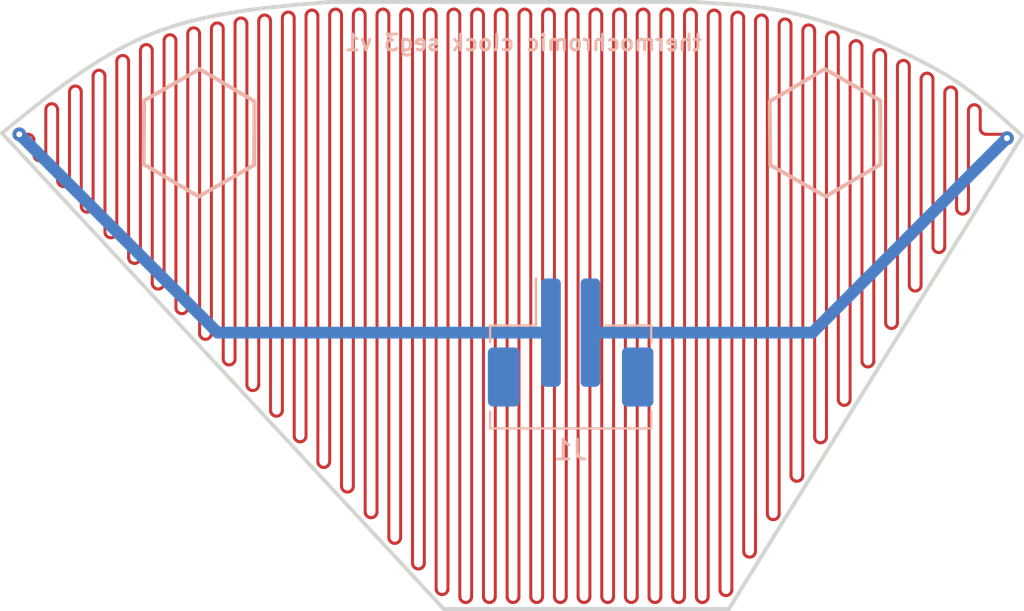
<source format=kicad_pcb>
(kicad_pcb (version 20171130) (host pcbnew "(5.1.5)-3")

  (general
    (thickness 1.6002)
    (drawings 23)
    (tracks 1225)
    (zones 0)
    (modules 1)
    (nets 2)
  )

  (page USLetter)
  (title_block
    (rev 1)
  )

  (layers
    (0 Front signal)
    (31 Back signal)
    (34 B.Paste user)
    (35 F.Paste user)
    (36 B.SilkS user)
    (37 F.SilkS user)
    (38 B.Mask user)
    (39 F.Mask user)
    (44 Edge.Cuts user)
    (45 Margin user)
    (46 B.CrtYd user)
    (47 F.CrtYd user)
    (49 F.Fab user)
  )

  (setup
    (last_trace_width 0.1524)
    (user_trace_width 0.2)
    (user_trace_width 0.4)
    (user_trace_width 0.6)
    (user_trace_width 1)
    (trace_clearance 0.1524)
    (zone_clearance 0.508)
    (zone_45_only no)
    (trace_min 0.1)
    (via_size 0.7)
    (via_drill 0.3)
    (via_min_size 0.5)
    (via_min_drill 0.2)
    (user_via 0.5 0.2)
    (user_via 0.9 0.4)
    (uvia_size 0.6858)
    (uvia_drill 0.3302)
    (uvias_allowed no)
    (uvia_min_size 0)
    (uvia_min_drill 0)
    (edge_width 0.05)
    (segment_width 0.2)
    (pcb_text_width 0.2)
    (pcb_text_size 1 1)
    (mod_edge_width 0.15)
    (mod_text_size 0.8 0.8)
    (mod_text_width 0.15)
    (pad_size 1.524 1.524)
    (pad_drill 0.762)
    (pad_to_mask_clearance 0)
    (solder_mask_min_width 0.1016)
    (aux_axis_origin 0 0)
    (visible_elements 7FFFFFFF)
    (pcbplotparams
      (layerselection 0x010fc_ffffffff)
      (usegerberextensions false)
      (usegerberattributes false)
      (usegerberadvancedattributes false)
      (creategerberjobfile false)
      (excludeedgelayer true)
      (linewidth 0.152400)
      (plotframeref false)
      (viasonmask true)
      (mode 1)
      (useauxorigin false)
      (hpglpennumber 1)
      (hpglpenspeed 20)
      (hpglpendiameter 15.000000)
      (psnegative false)
      (psa4output false)
      (plotreference true)
      (plotvalue false)
      (plotinvisibletext false)
      (padsonsilk false)
      (subtractmaskfromsilk true)
      (outputformat 1)
      (mirror false)
      (drillshape 0)
      (scaleselection 1)
      (outputdirectory "./gerbers"))
  )

  (net 0 "")
  (net 1 "Net-(J1-Pad1)")

  (net_class Default "This is the default net class."
    (clearance 0.1524)
    (trace_width 0.1524)
    (via_dia 0.7)
    (via_drill 0.3)
    (uvia_dia 0.6858)
    (uvia_drill 0.3302)
    (diff_pair_width 0.1524)
    (diff_pair_gap 0.254)
    (add_net "Net-(J1-Pad1)")
  )

  (module Connector_JST:JST_PH_B2B-PH-SM4-TB_1x02-1MP_P2.00mm_Vertical (layer Back) (tedit 5B78AD87) (tstamp 6171B2FE)
    (at 140.5 87.9)
    (descr "JST PH series connector, B2B-PH-SM4-TB (http://www.jst-mfg.com/product/pdf/eng/ePH.pdf), generated with kicad-footprint-generator")
    (tags "connector JST PH side entry")
    (path /616C62E0)
    (attr smd)
    (fp_text reference J1 (at 0 5.45) (layer B.SilkS)
      (effects (font (size 1 1) (thickness 0.15)) (justify mirror))
    )
    (fp_text value Conn_01x02_Male (at 0 -4.45) (layer B.Fab)
      (effects (font (size 1 1) (thickness 0.15)) (justify mirror))
    )
    (fp_text user %R (at 0 1) (layer B.Fab)
      (effects (font (size 1 1) (thickness 0.15)) (justify mirror))
    )
    (fp_line (start -1 -0.042893) (end -0.5 -0.75) (layer B.Fab) (width 0.1))
    (fp_line (start -1.5 -0.75) (end -1 -0.042893) (layer B.Fab) (width 0.1))
    (fp_line (start 4.7 4.75) (end -4.7 4.75) (layer B.CrtYd) (width 0.05))
    (fp_line (start 4.7 -3.75) (end 4.7 4.75) (layer B.CrtYd) (width 0.05))
    (fp_line (start -4.7 -3.75) (end 4.7 -3.75) (layer B.CrtYd) (width 0.05))
    (fp_line (start -4.7 4.75) (end -4.7 -3.75) (layer B.CrtYd) (width 0.05))
    (fp_line (start 1.25 2.75) (end 0.75 2.75) (layer B.Fab) (width 0.1))
    (fp_line (start 1.25 2.25) (end 1.25 2.75) (layer B.Fab) (width 0.1))
    (fp_line (start 0.75 2.25) (end 1.25 2.25) (layer B.Fab) (width 0.1))
    (fp_line (start 0.75 2.75) (end 0.75 2.25) (layer B.Fab) (width 0.1))
    (fp_line (start -0.75 2.75) (end -1.25 2.75) (layer B.Fab) (width 0.1))
    (fp_line (start -0.75 2.25) (end -0.75 2.75) (layer B.Fab) (width 0.1))
    (fp_line (start -1.25 2.25) (end -0.75 2.25) (layer B.Fab) (width 0.1))
    (fp_line (start -1.25 2.75) (end -1.25 2.25) (layer B.Fab) (width 0.1))
    (fp_line (start 3.975 -0.75) (end 3.975 4.25) (layer B.Fab) (width 0.1))
    (fp_line (start -3.975 -0.75) (end -3.975 4.25) (layer B.Fab) (width 0.1))
    (fp_line (start -3.975 4.25) (end 3.975 4.25) (layer B.Fab) (width 0.1))
    (fp_line (start 4.085 4.36) (end 4.085 3.51) (layer B.SilkS) (width 0.12))
    (fp_line (start -4.085 4.36) (end 4.085 4.36) (layer B.SilkS) (width 0.12))
    (fp_line (start -4.085 3.51) (end -4.085 4.36) (layer B.SilkS) (width 0.12))
    (fp_line (start 4.085 -0.86) (end 1.76 -0.86) (layer B.SilkS) (width 0.12))
    (fp_line (start 4.085 -0.01) (end 4.085 -0.86) (layer B.SilkS) (width 0.12))
    (fp_line (start -1.76 -0.86) (end -1.76 -3.25) (layer B.SilkS) (width 0.12))
    (fp_line (start -4.085 -0.86) (end -1.76 -0.86) (layer B.SilkS) (width 0.12))
    (fp_line (start -4.085 -0.01) (end -4.085 -0.86) (layer B.SilkS) (width 0.12))
    (fp_line (start -3.975 -0.75) (end 3.975 -0.75) (layer B.Fab) (width 0.1))
    (pad MP smd roundrect (at 3.4 1.75) (size 1.6 3) (layers Back B.Paste B.Mask) (roundrect_rratio 0.15625))
    (pad MP smd roundrect (at -3.4 1.75) (size 1.6 3) (layers Back B.Paste B.Mask) (roundrect_rratio 0.15625))
    (pad 2 smd roundrect (at 1 -0.5) (size 1 5.5) (layers Back B.Paste B.Mask) (roundrect_rratio 0.25)
      (net 1 "Net-(J1-Pad1)"))
    (pad 1 smd roundrect (at -1 -0.5) (size 1 5.5) (layers Back B.Paste B.Mask) (roundrect_rratio 0.25)
      (net 1 "Net-(J1-Pad1)"))
    (model ${KISYS3DMOD}/Connector_JST.3dshapes/JST_PH_B2B-PH-SM4-TB_1x02-1MP_P2.00mm_Vertical.wrl
      (at (xyz 0 0 0))
      (scale (xyz 1 1 1))
      (rotate (xyz 0 0 0))
    )
    (model ${KICAD_USER_LIBRARY}/user-3dmodels/JST-B2B-PH-SM4-TB.STEP
      (offset (xyz 3.5 1.75 0))
      (scale (xyz 1 1 1))
      (rotate (xyz -90 0 180))
    )
  )

  (gr_text "thermochromic clock seg3 v1" (at 138.0998 72.6948) (layer B.SilkS)
    (effects (font (size 0.8 0.8) (thickness 0.15)) (justify mirror))
  )
  (gr_line (start 118.863442 75.626452) (end 121.675182 74.03038) (layer B.SilkS) (width 0.2))
  (gr_line (start 124.439661 78.900458) (end 121.62792 80.49653) (layer B.SilkS) (width 0.2))
  (gr_line (start 150.622504 78.900458) (end 153.434245 80.49653) (layer B.SilkS) (width 0.2))
  (gr_line (start 153.386982 74.03038) (end 150.598873 75.667383) (layer B.SilkS) (width 0.2))
  (gr_line (start 156.198723 75.626452) (end 153.386982 74.03038) (layer B.SilkS) (width 0.2))
  (gr_line (start 153.434245 80.49653) (end 156.222355 78.859527) (layer B.SilkS) (width 0.2))
  (gr_line (start 118.83981 78.859527) (end 118.863442 75.626452) (layer B.SilkS) (width 0.2))
  (gr_line (start 124.463292 75.667383) (end 124.439661 78.900458) (layer B.SilkS) (width 0.2))
  (gr_line (start 156.222355 78.859527) (end 156.198723 75.626452) (layer B.SilkS) (width 0.2))
  (gr_line (start 150.598873 75.667383) (end 150.622504 78.900458) (layer B.SilkS) (width 0.2))
  (gr_line (start 121.675182 74.03038) (end 124.463292 75.667383) (layer B.SilkS) (width 0.2))
  (gr_line (start 111.651561 77.277622) (end 134.0612 101.4222) (layer Edge.Cuts) (width 0.2))
  (gr_curve (pts (xy 119.133489 72.289667) (xy 116.415744 73.3984) (xy 114.033652 75.338011) (xy 111.651561 77.277622)) (layer Edge.Cuts) (width 0.2))
  (gr_curve (pts (xy 128.278072 70.627012) (xy 125.110342 70.885333) (xy 121.942613 71.143655) (xy 119.133489 72.289667)) (layer Edge.Cuts) (width 0.2))
  (gr_line (start 146.784093 70.627012) (end 128.278072 70.627012) (layer Edge.Cuts) (width 0.2))
  (gr_curve (pts (xy 155.892527 72.506532) (xy 154.378321 71.958461) (xy 152.864116 71.410389) (xy 151.302168 71.096887)) (layer Edge.Cuts) (width 0.2))
  (gr_curve (pts (xy 163.410594 77.422199) (xy 162.34241 76.445626) (xy 161.274226 75.469052) (xy 160.085304 74.675207)) (layer Edge.Cuts) (width 0.2))
  (gr_curve (pts (xy 151.302168 71.096887) (xy 149.824624 70.800326) (xy 148.304359 70.713669) (xy 146.784093 70.627012)) (layer Edge.Cuts) (width 0.2))
  (gr_curve (pts (xy 160.085304 74.675207) (xy 158.784121 73.806406) (xy 157.338324 73.156469) (xy 155.892527 72.506532)) (layer Edge.Cuts) (width 0.2))
  (gr_line (start 121.62792 80.49653) (end 118.83981 78.859527) (layer B.SilkS) (width 0.2))
  (gr_line (start 148.519032 101.4222) (end 163.410594 77.422199) (layer Edge.Cuts) (width 0.2))
  (gr_line (start 134.0612 101.4222) (end 148.519032 101.4222) (layer Edge.Cuts) (width 0.2))

  (via (at 162.630994 77.536077) (size 0.7) (drill 0.3) (layers Front Back) (net 1))
  (segment (start 141.5 87.4) (end 152.767071 87.4) (width 0.6) (layer Back) (net 1))
  (segment (start 152.767071 87.4) (end 162.630994 77.536077) (width 0.6) (layer Back) (net 1))
  (via (at 112.530535 77.339131) (size 0.7) (drill 0.3) (layers Front Back) (net 1))
  (segment (start 139.5 87.4) (end 122.591404 87.4) (width 0.6) (layer Back) (net 1))
  (segment (start 122.591404 87.4) (end 112.530535 77.339131) (width 0.6) (layer Back) (net 1))
  (segment (start 160.140781 81.276177) (end 160.188284 81.32368) (width 0.1524) (layer Front) (net 1))
  (segment (start 160.10504 81.219296) (end 160.140781 81.276177) (width 0.1524) (layer Front) (net 1))
  (segment (start 160.667809 81.155887) (end 160.675331 81.089131) (width 0.1524) (layer Front) (net 1))
  (segment (start 160.082852 81.155887) (end 160.10504 81.219296) (width 0.1524) (layer Front) (net 1))
  (segment (start 161.267809 76.072375) (end 161.275331 76.139131) (width 0.1524) (layer Front) (net 1))
  (segment (start 160.075331 81.089131) (end 160.082852 81.155887) (width 0.1524) (layer Front) (net 1))
  (segment (start 160.075331 75.239131) (end 160.075331 81.089131) (width 0.1524) (layer Front) (net 1))
  (segment (start 162.53983 77.444913) (end 162.630994 77.536077) (width 0.1524) (layer Front) (net 1))
  (segment (start 160.067809 75.172375) (end 160.075331 75.239131) (width 0.1524) (layer Front) (net 1))
  (segment (start 161.388284 77.273681) (end 161.445165 77.309422) (width 0.1524) (layer Front) (net 1))
  (segment (start 160.045621 75.108966) (end 160.067809 75.172375) (width 0.1524) (layer Front) (net 1))
  (segment (start 160.60988 81.276177) (end 160.645621 81.219296) (width 0.1524) (layer Front) (net 1))
  (segment (start 160.00988 75.052085) (end 160.045621 75.108966) (width 0.1524) (layer Front) (net 1))
  (segment (start 159.962377 75.004582) (end 160.00988 75.052085) (width 0.1524) (layer Front) (net 1))
  (segment (start 161.20988 75.952085) (end 161.245621 76.008966) (width 0.1524) (layer Front) (net 1))
  (segment (start 159.905496 74.968841) (end 159.962377 75.004582) (width 0.1524) (layer Front) (net 1))
  (segment (start 161.105496 75.868841) (end 161.162377 75.904582) (width 0.1524) (layer Front) (net 1))
  (segment (start 159.842087 74.946653) (end 159.905496 74.968841) (width 0.1524) (layer Front) (net 1))
  (segment (start 160.562377 81.32368) (end 160.60988 81.276177) (width 0.1524) (layer Front) (net 1))
  (segment (start 159.775331 74.939131) (end 159.842087 74.946653) (width 0.1524) (layer Front) (net 1))
  (segment (start 160.245165 81.359421) (end 160.308574 81.381609) (width 0.1524) (layer Front) (net 1))
  (segment (start 159.708574 74.946653) (end 159.775331 74.939131) (width 0.1524) (layer Front) (net 1))
  (segment (start 160.188284 81.32368) (end 160.245165 81.359421) (width 0.1524) (layer Front) (net 1))
  (segment (start 159.645165 74.968841) (end 159.708574 74.946653) (width 0.1524) (layer Front) (net 1))
  (segment (start 159.588284 75.004582) (end 159.645165 74.968841) (width 0.1524) (layer Front) (net 1))
  (segment (start 159.540781 75.052085) (end 159.588284 75.004582) (width 0.1524) (layer Front) (net 1))
  (segment (start 159.50504 75.108966) (end 159.540781 75.052085) (width 0.1524) (layer Front) (net 1))
  (segment (start 159.482852 75.172375) (end 159.50504 75.108966) (width 0.1524) (layer Front) (net 1))
  (segment (start 159.475331 75.239131) (end 159.482852 75.172375) (width 0.1524) (layer Front) (net 1))
  (segment (start 161.162377 75.904582) (end 161.20988 75.952085) (width 0.1524) (layer Front) (net 1))
  (segment (start 159.475331 83.039131) (end 159.475331 75.239131) (width 0.1524) (layer Front) (net 1))
  (segment (start 159.467809 83.105887) (end 159.475331 83.039131) (width 0.1524) (layer Front) (net 1))
  (segment (start 159.445621 83.169296) (end 159.467809 83.105887) (width 0.1524) (layer Front) (net 1))
  (segment (start 159.40988 83.226177) (end 159.445621 83.169296) (width 0.1524) (layer Front) (net 1))
  (segment (start 159.362377 83.27368) (end 159.40988 83.226177) (width 0.1524) (layer Front) (net 1))
  (segment (start 159.305496 83.309421) (end 159.362377 83.27368) (width 0.1524) (layer Front) (net 1))
  (segment (start 159.242087 83.331609) (end 159.305496 83.309421) (width 0.1524) (layer Front) (net 1))
  (segment (start 159.175331 83.339131) (end 159.242087 83.331609) (width 0.1524) (layer Front) (net 1))
  (segment (start 159.108574 83.331609) (end 159.175331 83.339131) (width 0.1524) (layer Front) (net 1))
  (segment (start 161.30504 77.169297) (end 161.340781 77.226178) (width 0.1524) (layer Front) (net 1))
  (segment (start 159.045165 83.309421) (end 159.108574 83.331609) (width 0.1524) (layer Front) (net 1))
  (segment (start 160.845165 75.868841) (end 160.908574 75.846653) (width 0.1524) (layer Front) (net 1))
  (segment (start 158.988284 83.27368) (end 159.045165 83.309421) (width 0.1524) (layer Front) (net 1))
  (segment (start 158.940781 83.226177) (end 158.988284 83.27368) (width 0.1524) (layer Front) (net 1))
  (segment (start 158.90504 83.169296) (end 158.940781 83.226177) (width 0.1524) (layer Front) (net 1))
  (segment (start 158.882852 83.105887) (end 158.90504 83.169296) (width 0.1524) (layer Front) (net 1))
  (segment (start 158.875331 83.039131) (end 158.882852 83.105887) (width 0.1524) (layer Front) (net 1))
  (segment (start 161.275331 77.039131) (end 161.282852 77.105888) (width 0.1524) (layer Front) (net 1))
  (segment (start 158.875331 74.539131) (end 158.875331 83.039131) (width 0.1524) (layer Front) (net 1))
  (segment (start 158.867809 74.472375) (end 158.875331 74.539131) (width 0.1524) (layer Front) (net 1))
  (segment (start 158.845621 74.408966) (end 158.867809 74.472375) (width 0.1524) (layer Front) (net 1))
  (segment (start 158.80988 74.352085) (end 158.845621 74.408966) (width 0.1524) (layer Front) (net 1))
  (segment (start 158.762377 74.304582) (end 158.80988 74.352085) (width 0.1524) (layer Front) (net 1))
  (segment (start 158.705496 74.268841) (end 158.762377 74.304582) (width 0.1524) (layer Front) (net 1))
  (segment (start 158.642087 74.246653) (end 158.705496 74.268841) (width 0.1524) (layer Front) (net 1))
  (segment (start 161.508574 77.33161) (end 161.575331 77.339131) (width 0.1524) (layer Front) (net 1))
  (segment (start 158.575331 74.239131) (end 158.642087 74.246653) (width 0.1524) (layer Front) (net 1))
  (segment (start 158.508574 74.246653) (end 158.575331 74.239131) (width 0.1524) (layer Front) (net 1))
  (segment (start 158.445165 74.268841) (end 158.508574 74.246653) (width 0.1524) (layer Front) (net 1))
  (segment (start 161.245621 76.008966) (end 161.267809 76.072375) (width 0.1524) (layer Front) (net 1))
  (segment (start 158.388284 74.304582) (end 158.445165 74.268841) (width 0.1524) (layer Front) (net 1))
  (segment (start 158.340781 74.352085) (end 158.388284 74.304582) (width 0.1524) (layer Front) (net 1))
  (segment (start 158.30504 74.408966) (end 158.340781 74.352085) (width 0.1524) (layer Front) (net 1))
  (segment (start 158.282852 74.472375) (end 158.30504 74.408966) (width 0.1524) (layer Front) (net 1))
  (segment (start 158.275331 74.539131) (end 158.282852 74.472375) (width 0.1524) (layer Front) (net 1))
  (segment (start 161.275331 76.139131) (end 161.275331 77.039131) (width 0.1524) (layer Front) (net 1))
  (segment (start 158.275331 84.989131) (end 158.275331 74.539131) (width 0.1524) (layer Front) (net 1))
  (segment (start 160.645621 81.219296) (end 160.667809 81.155887) (width 0.1524) (layer Front) (net 1))
  (segment (start 158.267809 85.055887) (end 158.275331 84.989131) (width 0.1524) (layer Front) (net 1))
  (segment (start 160.908574 75.846653) (end 160.975331 75.839131) (width 0.1524) (layer Front) (net 1))
  (segment (start 158.245621 85.119296) (end 158.267809 85.055887) (width 0.1524) (layer Front) (net 1))
  (segment (start 158.20988 85.176177) (end 158.245621 85.119296) (width 0.1524) (layer Front) (net 1))
  (segment (start 158.162377 85.22368) (end 158.20988 85.176177) (width 0.1524) (layer Front) (net 1))
  (segment (start 158.105496 85.259421) (end 158.162377 85.22368) (width 0.1524) (layer Front) (net 1))
  (segment (start 160.788284 75.904582) (end 160.845165 75.868841) (width 0.1524) (layer Front) (net 1))
  (segment (start 158.042087 85.281609) (end 158.105496 85.259421) (width 0.1524) (layer Front) (net 1))
  (segment (start 157.975331 85.289131) (end 158.042087 85.281609) (width 0.1524) (layer Front) (net 1))
  (segment (start 160.442087 81.381609) (end 160.505496 81.359421) (width 0.1524) (layer Front) (net 1))
  (segment (start 157.908574 85.281609) (end 157.975331 85.289131) (width 0.1524) (layer Front) (net 1))
  (segment (start 157.845165 85.259421) (end 157.908574 85.281609) (width 0.1524) (layer Front) (net 1))
  (segment (start 157.788284 85.22368) (end 157.845165 85.259421) (width 0.1524) (layer Front) (net 1))
  (segment (start 161.340781 77.226178) (end 161.388284 77.273681) (width 0.1524) (layer Front) (net 1))
  (segment (start 157.740781 85.176177) (end 157.788284 85.22368) (width 0.1524) (layer Front) (net 1))
  (segment (start 157.70504 85.119296) (end 157.740781 85.176177) (width 0.1524) (layer Front) (net 1))
  (segment (start 157.682852 85.055887) (end 157.70504 85.119296) (width 0.1524) (layer Front) (net 1))
  (segment (start 160.740781 75.952085) (end 160.788284 75.904582) (width 0.1524) (layer Front) (net 1))
  (segment (start 157.675331 84.989131) (end 157.682852 85.055887) (width 0.1524) (layer Front) (net 1))
  (segment (start 160.675331 76.139131) (end 160.682852 76.072375) (width 0.1524) (layer Front) (net 1))
  (segment (start 157.675331 73.889131) (end 157.675331 84.989131) (width 0.1524) (layer Front) (net 1))
  (segment (start 157.667809 73.822375) (end 157.675331 73.889131) (width 0.1524) (layer Front) (net 1))
  (segment (start 157.645621 73.758966) (end 157.667809 73.822375) (width 0.1524) (layer Front) (net 1))
  (segment (start 160.308574 81.381609) (end 160.375331 81.389131) (width 0.1524) (layer Front) (net 1))
  (segment (start 157.60988 73.702085) (end 157.645621 73.758966) (width 0.1524) (layer Front) (net 1))
  (segment (start 157.562377 73.654582) (end 157.60988 73.702085) (width 0.1524) (layer Front) (net 1))
  (segment (start 157.505496 73.618841) (end 157.562377 73.654582) (width 0.1524) (layer Front) (net 1))
  (segment (start 161.575331 77.339131) (end 162.434048 77.339131) (width 0.1524) (layer Front) (net 1))
  (segment (start 157.442087 73.596653) (end 157.505496 73.618841) (width 0.1524) (layer Front) (net 1))
  (segment (start 157.375331 73.589131) (end 157.442087 73.596653) (width 0.1524) (layer Front) (net 1))
  (segment (start 161.445165 77.309422) (end 161.508574 77.33161) (width 0.1524) (layer Front) (net 1))
  (segment (start 157.308574 73.596653) (end 157.375331 73.589131) (width 0.1524) (layer Front) (net 1))
  (segment (start 157.245165 73.618841) (end 157.308574 73.596653) (width 0.1524) (layer Front) (net 1))
  (segment (start 157.188284 73.654582) (end 157.245165 73.618841) (width 0.1524) (layer Front) (net 1))
  (segment (start 157.140781 73.702085) (end 157.188284 73.654582) (width 0.1524) (layer Front) (net 1))
  (segment (start 160.375331 81.389131) (end 160.442087 81.381609) (width 0.1524) (layer Front) (net 1))
  (segment (start 157.10504 73.758966) (end 157.140781 73.702085) (width 0.1524) (layer Front) (net 1))
  (segment (start 157.082852 73.822375) (end 157.10504 73.758966) (width 0.1524) (layer Front) (net 1))
  (segment (start 161.282852 77.105888) (end 161.30504 77.169297) (width 0.1524) (layer Front) (net 1))
  (segment (start 157.075331 73.889131) (end 157.082852 73.822375) (width 0.1524) (layer Front) (net 1))
  (segment (start 157.075331 86.889131) (end 157.075331 73.889131) (width 0.1524) (layer Front) (net 1))
  (segment (start 157.067809 86.955887) (end 157.075331 86.889131) (width 0.1524) (layer Front) (net 1))
  (segment (start 157.045621 87.019296) (end 157.067809 86.955887) (width 0.1524) (layer Front) (net 1))
  (segment (start 157.00988 87.076177) (end 157.045621 87.019296) (width 0.1524) (layer Front) (net 1))
  (segment (start 156.962377 87.12368) (end 157.00988 87.076177) (width 0.1524) (layer Front) (net 1))
  (segment (start 156.905496 87.159421) (end 156.962377 87.12368) (width 0.1524) (layer Front) (net 1))
  (segment (start 156.842087 87.181609) (end 156.905496 87.159421) (width 0.1524) (layer Front) (net 1))
  (segment (start 160.505496 81.359421) (end 160.562377 81.32368) (width 0.1524) (layer Front) (net 1))
  (segment (start 156.775331 87.189131) (end 156.842087 87.181609) (width 0.1524) (layer Front) (net 1))
  (segment (start 156.708574 87.181609) (end 156.775331 87.189131) (width 0.1524) (layer Front) (net 1))
  (segment (start 156.645165 87.159421) (end 156.708574 87.181609) (width 0.1524) (layer Front) (net 1))
  (segment (start 156.588284 87.12368) (end 156.645165 87.159421) (width 0.1524) (layer Front) (net 1))
  (segment (start 156.540781 87.076177) (end 156.588284 87.12368) (width 0.1524) (layer Front) (net 1))
  (segment (start 156.50504 87.019296) (end 156.540781 87.076177) (width 0.1524) (layer Front) (net 1))
  (segment (start 156.482852 86.955887) (end 156.50504 87.019296) (width 0.1524) (layer Front) (net 1))
  (segment (start 156.475331 86.889131) (end 156.482852 86.955887) (width 0.1524) (layer Front) (net 1))
  (segment (start 160.975331 75.839131) (end 161.042087 75.846653) (width 0.1524) (layer Front) (net 1))
  (segment (start 156.475331 73.339131) (end 156.475331 86.889131) (width 0.1524) (layer Front) (net 1))
  (segment (start 156.467809 73.272375) (end 156.475331 73.339131) (width 0.1524) (layer Front) (net 1))
  (segment (start 156.445621 73.208966) (end 156.467809 73.272375) (width 0.1524) (layer Front) (net 1))
  (segment (start 156.40988 73.152085) (end 156.445621 73.208966) (width 0.1524) (layer Front) (net 1))
  (segment (start 156.362377 73.104582) (end 156.40988 73.152085) (width 0.1524) (layer Front) (net 1))
  (segment (start 156.305496 73.068841) (end 156.362377 73.104582) (width 0.1524) (layer Front) (net 1))
  (segment (start 160.675331 81.089131) (end 160.675331 76.139131) (width 0.1524) (layer Front) (net 1))
  (segment (start 156.242087 73.046653) (end 156.305496 73.068841) (width 0.1524) (layer Front) (net 1))
  (segment (start 156.175331 73.039131) (end 156.242087 73.046653) (width 0.1524) (layer Front) (net 1))
  (segment (start 156.108574 73.046653) (end 156.175331 73.039131) (width 0.1524) (layer Front) (net 1))
  (segment (start 160.682852 76.072375) (end 160.70504 76.008966) (width 0.1524) (layer Front) (net 1))
  (segment (start 156.045165 73.068841) (end 156.108574 73.046653) (width 0.1524) (layer Front) (net 1))
  (segment (start 155.988284 73.104582) (end 156.045165 73.068841) (width 0.1524) (layer Front) (net 1))
  (segment (start 155.940781 73.152085) (end 155.988284 73.104582) (width 0.1524) (layer Front) (net 1))
  (segment (start 155.90504 73.208966) (end 155.940781 73.152085) (width 0.1524) (layer Front) (net 1))
  (segment (start 155.882852 73.272375) (end 155.90504 73.208966) (width 0.1524) (layer Front) (net 1))
  (segment (start 155.875331 73.339131) (end 155.882852 73.272375) (width 0.1524) (layer Front) (net 1))
  (segment (start 155.875331 88.839131) (end 155.875331 73.339131) (width 0.1524) (layer Front) (net 1))
  (segment (start 155.867809 88.905887) (end 155.875331 88.839131) (width 0.1524) (layer Front) (net 1))
  (segment (start 155.845621 88.969296) (end 155.867809 88.905887) (width 0.1524) (layer Front) (net 1))
  (segment (start 155.80988 89.026177) (end 155.845621 88.969296) (width 0.1524) (layer Front) (net 1))
  (segment (start 155.762377 89.07368) (end 155.80988 89.026177) (width 0.1524) (layer Front) (net 1))
  (segment (start 162.434048 77.339131) (end 162.53983 77.444913) (width 0.1524) (layer Front) (net 1))
  (segment (start 155.705496 89.109421) (end 155.762377 89.07368) (width 0.1524) (layer Front) (net 1))
  (segment (start 155.642087 89.131609) (end 155.705496 89.109421) (width 0.1524) (layer Front) (net 1))
  (segment (start 155.575331 89.139131) (end 155.642087 89.131609) (width 0.1524) (layer Front) (net 1))
  (segment (start 155.508574 89.131609) (end 155.575331 89.139131) (width 0.1524) (layer Front) (net 1))
  (segment (start 161.042087 75.846653) (end 161.105496 75.868841) (width 0.1524) (layer Front) (net 1))
  (segment (start 155.445165 89.109421) (end 155.508574 89.131609) (width 0.1524) (layer Front) (net 1))
  (segment (start 155.388284 89.07368) (end 155.445165 89.109421) (width 0.1524) (layer Front) (net 1))
  (segment (start 155.340781 89.026177) (end 155.388284 89.07368) (width 0.1524) (layer Front) (net 1))
  (segment (start 155.30504 88.969296) (end 155.340781 89.026177) (width 0.1524) (layer Front) (net 1))
  (segment (start 155.282852 88.905887) (end 155.30504 88.969296) (width 0.1524) (layer Front) (net 1))
  (segment (start 155.275331 88.839131) (end 155.282852 88.905887) (width 0.1524) (layer Front) (net 1))
  (segment (start 155.275331 72.889131) (end 155.275331 88.839131) (width 0.1524) (layer Front) (net 1))
  (segment (start 160.70504 76.008966) (end 160.740781 75.952085) (width 0.1524) (layer Front) (net 1))
  (segment (start 155.267809 72.822375) (end 155.275331 72.889131) (width 0.1524) (layer Front) (net 1))
  (segment (start 155.245621 72.758966) (end 155.267809 72.822375) (width 0.1524) (layer Front) (net 1))
  (segment (start 155.20988 72.702085) (end 155.245621 72.758966) (width 0.1524) (layer Front) (net 1))
  (segment (start 155.162377 72.654582) (end 155.20988 72.702085) (width 0.1524) (layer Front) (net 1))
  (segment (start 155.105496 72.618841) (end 155.162377 72.654582) (width 0.1524) (layer Front) (net 1))
  (segment (start 155.042087 72.596653) (end 155.105496 72.618841) (width 0.1524) (layer Front) (net 1))
  (segment (start 154.975331 72.589131) (end 155.042087 72.596653) (width 0.1524) (layer Front) (net 1))
  (segment (start 154.908574 72.596653) (end 154.975331 72.589131) (width 0.1524) (layer Front) (net 1))
  (segment (start 154.845165 72.618841) (end 154.908574 72.596653) (width 0.1524) (layer Front) (net 1))
  (segment (start 154.788284 72.654582) (end 154.845165 72.618841) (width 0.1524) (layer Front) (net 1))
  (segment (start 154.740781 72.702085) (end 154.788284 72.654582) (width 0.1524) (layer Front) (net 1))
  (segment (start 154.70504 72.758966) (end 154.740781 72.702085) (width 0.1524) (layer Front) (net 1))
  (segment (start 154.682852 72.822375) (end 154.70504 72.758966) (width 0.1524) (layer Front) (net 1))
  (segment (start 154.675331 72.889131) (end 154.682852 72.822375) (width 0.1524) (layer Front) (net 1))
  (segment (start 154.675331 90.789131) (end 154.675331 72.889131) (width 0.1524) (layer Front) (net 1))
  (segment (start 154.667809 90.855887) (end 154.675331 90.789131) (width 0.1524) (layer Front) (net 1))
  (segment (start 154.645621 90.919296) (end 154.667809 90.855887) (width 0.1524) (layer Front) (net 1))
  (segment (start 154.60988 90.976177) (end 154.645621 90.919296) (width 0.1524) (layer Front) (net 1))
  (segment (start 154.562377 91.02368) (end 154.60988 90.976177) (width 0.1524) (layer Front) (net 1))
  (segment (start 154.505496 91.059421) (end 154.562377 91.02368) (width 0.1524) (layer Front) (net 1))
  (segment (start 154.442087 91.081609) (end 154.505496 91.059421) (width 0.1524) (layer Front) (net 1))
  (segment (start 154.375331 91.089131) (end 154.442087 91.081609) (width 0.1524) (layer Front) (net 1))
  (segment (start 154.308574 91.081609) (end 154.375331 91.089131) (width 0.1524) (layer Front) (net 1))
  (segment (start 154.245165 91.059421) (end 154.308574 91.081609) (width 0.1524) (layer Front) (net 1))
  (segment (start 154.188284 91.02368) (end 154.245165 91.059421) (width 0.1524) (layer Front) (net 1))
  (segment (start 154.140781 90.976177) (end 154.188284 91.02368) (width 0.1524) (layer Front) (net 1))
  (segment (start 154.10504 90.919296) (end 154.140781 90.976177) (width 0.1524) (layer Front) (net 1))
  (segment (start 154.082852 90.855887) (end 154.10504 90.919296) (width 0.1524) (layer Front) (net 1))
  (segment (start 154.075331 90.789131) (end 154.082852 90.855887) (width 0.1524) (layer Front) (net 1))
  (segment (start 154.075331 72.439131) (end 154.075331 90.789131) (width 0.1524) (layer Front) (net 1))
  (segment (start 154.067809 72.372375) (end 154.075331 72.439131) (width 0.1524) (layer Front) (net 1))
  (segment (start 154.045621 72.308966) (end 154.067809 72.372375) (width 0.1524) (layer Front) (net 1))
  (segment (start 154.00988 72.252085) (end 154.045621 72.308966) (width 0.1524) (layer Front) (net 1))
  (segment (start 153.962377 72.204582) (end 154.00988 72.252085) (width 0.1524) (layer Front) (net 1))
  (segment (start 153.905496 72.168841) (end 153.962377 72.204582) (width 0.1524) (layer Front) (net 1))
  (segment (start 153.842087 72.146653) (end 153.905496 72.168841) (width 0.1524) (layer Front) (net 1))
  (segment (start 153.775331 72.139131) (end 153.842087 72.146653) (width 0.1524) (layer Front) (net 1))
  (segment (start 153.708574 72.146653) (end 153.775331 72.139131) (width 0.1524) (layer Front) (net 1))
  (segment (start 153.645165 72.168841) (end 153.708574 72.146653) (width 0.1524) (layer Front) (net 1))
  (segment (start 153.588284 72.204582) (end 153.645165 72.168841) (width 0.1524) (layer Front) (net 1))
  (segment (start 153.540781 72.252085) (end 153.588284 72.204582) (width 0.1524) (layer Front) (net 1))
  (segment (start 153.50504 72.308966) (end 153.540781 72.252085) (width 0.1524) (layer Front) (net 1))
  (segment (start 153.482852 72.372375) (end 153.50504 72.308966) (width 0.1524) (layer Front) (net 1))
  (segment (start 153.475331 72.439131) (end 153.482852 72.372375) (width 0.1524) (layer Front) (net 1))
  (segment (start 153.475331 92.689131) (end 153.475331 72.439131) (width 0.1524) (layer Front) (net 1))
  (segment (start 153.467809 92.755887) (end 153.475331 92.689131) (width 0.1524) (layer Front) (net 1))
  (segment (start 153.445621 92.819296) (end 153.467809 92.755887) (width 0.1524) (layer Front) (net 1))
  (segment (start 153.40988 92.876177) (end 153.445621 92.819296) (width 0.1524) (layer Front) (net 1))
  (segment (start 153.362377 92.92368) (end 153.40988 92.876177) (width 0.1524) (layer Front) (net 1))
  (segment (start 153.305496 92.959421) (end 153.362377 92.92368) (width 0.1524) (layer Front) (net 1))
  (segment (start 153.242087 92.981609) (end 153.305496 92.959421) (width 0.1524) (layer Front) (net 1))
  (segment (start 153.175331 92.989131) (end 153.242087 92.981609) (width 0.1524) (layer Front) (net 1))
  (segment (start 153.108574 92.981609) (end 153.175331 92.989131) (width 0.1524) (layer Front) (net 1))
  (segment (start 153.045165 92.959421) (end 153.108574 92.981609) (width 0.1524) (layer Front) (net 1))
  (segment (start 152.988284 92.92368) (end 153.045165 92.959421) (width 0.1524) (layer Front) (net 1))
  (segment (start 152.940781 92.876177) (end 152.988284 92.92368) (width 0.1524) (layer Front) (net 1))
  (segment (start 152.90504 92.819296) (end 152.940781 92.876177) (width 0.1524) (layer Front) (net 1))
  (segment (start 152.882852 92.755887) (end 152.90504 92.819296) (width 0.1524) (layer Front) (net 1))
  (segment (start 152.875331 92.689131) (end 152.882852 92.755887) (width 0.1524) (layer Front) (net 1))
  (segment (start 152.875331 72.089131) (end 152.875331 92.689131) (width 0.1524) (layer Front) (net 1))
  (segment (start 152.867809 72.022375) (end 152.875331 72.089131) (width 0.1524) (layer Front) (net 1))
  (segment (start 152.845621 71.958966) (end 152.867809 72.022375) (width 0.1524) (layer Front) (net 1))
  (segment (start 152.80988 71.902085) (end 152.845621 71.958966) (width 0.1524) (layer Front) (net 1))
  (segment (start 152.762377 71.854582) (end 152.80988 71.902085) (width 0.1524) (layer Front) (net 1))
  (segment (start 152.705496 71.818841) (end 152.762377 71.854582) (width 0.1524) (layer Front) (net 1))
  (segment (start 152.642087 71.796653) (end 152.705496 71.818841) (width 0.1524) (layer Front) (net 1))
  (segment (start 152.575331 71.789131) (end 152.642087 71.796653) (width 0.1524) (layer Front) (net 1))
  (segment (start 152.508574 71.796653) (end 152.575331 71.789131) (width 0.1524) (layer Front) (net 1))
  (segment (start 152.445165 71.818841) (end 152.508574 71.796653) (width 0.1524) (layer Front) (net 1))
  (segment (start 152.388284 71.854582) (end 152.445165 71.818841) (width 0.1524) (layer Front) (net 1))
  (segment (start 152.340781 71.902085) (end 152.388284 71.854582) (width 0.1524) (layer Front) (net 1))
  (segment (start 152.30504 71.958966) (end 152.340781 71.902085) (width 0.1524) (layer Front) (net 1))
  (segment (start 152.282852 72.022375) (end 152.30504 71.958966) (width 0.1524) (layer Front) (net 1))
  (segment (start 152.275331 72.089131) (end 152.282852 72.022375) (width 0.1524) (layer Front) (net 1))
  (segment (start 152.275331 94.639131) (end 152.275331 72.089131) (width 0.1524) (layer Front) (net 1))
  (segment (start 152.267809 94.705887) (end 152.275331 94.639131) (width 0.1524) (layer Front) (net 1))
  (segment (start 152.245621 94.769296) (end 152.267809 94.705887) (width 0.1524) (layer Front) (net 1))
  (segment (start 152.20988 94.826177) (end 152.245621 94.769296) (width 0.1524) (layer Front) (net 1))
  (segment (start 152.162377 94.87368) (end 152.20988 94.826177) (width 0.1524) (layer Front) (net 1))
  (segment (start 152.105496 94.909421) (end 152.162377 94.87368) (width 0.1524) (layer Front) (net 1))
  (segment (start 152.042087 94.931609) (end 152.105496 94.909421) (width 0.1524) (layer Front) (net 1))
  (segment (start 151.975331 94.939131) (end 152.042087 94.931609) (width 0.1524) (layer Front) (net 1))
  (segment (start 151.908574 94.931609) (end 151.975331 94.939131) (width 0.1524) (layer Front) (net 1))
  (segment (start 151.845165 94.909421) (end 151.908574 94.931609) (width 0.1524) (layer Front) (net 1))
  (segment (start 151.788284 94.87368) (end 151.845165 94.909421) (width 0.1524) (layer Front) (net 1))
  (segment (start 151.740781 94.826177) (end 151.788284 94.87368) (width 0.1524) (layer Front) (net 1))
  (segment (start 151.70504 94.769296) (end 151.740781 94.826177) (width 0.1524) (layer Front) (net 1))
  (segment (start 151.682852 94.705887) (end 151.70504 94.769296) (width 0.1524) (layer Front) (net 1))
  (segment (start 151.675331 94.639131) (end 151.682852 94.705887) (width 0.1524) (layer Front) (net 1))
  (segment (start 151.675331 71.789131) (end 151.675331 94.639131) (width 0.1524) (layer Front) (net 1))
  (segment (start 151.667809 71.722375) (end 151.675331 71.789131) (width 0.1524) (layer Front) (net 1))
  (segment (start 151.645621 71.658966) (end 151.667809 71.722375) (width 0.1524) (layer Front) (net 1))
  (segment (start 151.60988 71.602085) (end 151.645621 71.658966) (width 0.1524) (layer Front) (net 1))
  (segment (start 151.562377 71.554582) (end 151.60988 71.602085) (width 0.1524) (layer Front) (net 1))
  (segment (start 151.505496 71.518841) (end 151.562377 71.554582) (width 0.1524) (layer Front) (net 1))
  (segment (start 151.442087 71.496653) (end 151.505496 71.518841) (width 0.1524) (layer Front) (net 1))
  (segment (start 151.375331 71.489131) (end 151.442087 71.496653) (width 0.1524) (layer Front) (net 1))
  (segment (start 151.308574 71.496653) (end 151.375331 71.489131) (width 0.1524) (layer Front) (net 1))
  (segment (start 151.245165 71.518841) (end 151.308574 71.496653) (width 0.1524) (layer Front) (net 1))
  (segment (start 151.188284 71.554582) (end 151.245165 71.518841) (width 0.1524) (layer Front) (net 1))
  (segment (start 151.140781 71.602085) (end 151.188284 71.554582) (width 0.1524) (layer Front) (net 1))
  (segment (start 151.10504 71.658966) (end 151.140781 71.602085) (width 0.1524) (layer Front) (net 1))
  (segment (start 151.082852 71.722375) (end 151.10504 71.658966) (width 0.1524) (layer Front) (net 1))
  (segment (start 151.075331 71.789131) (end 151.082852 71.722375) (width 0.1524) (layer Front) (net 1))
  (segment (start 151.075331 96.589131) (end 151.075331 71.789131) (width 0.1524) (layer Front) (net 1))
  (segment (start 151.067809 96.655887) (end 151.075331 96.589131) (width 0.1524) (layer Front) (net 1))
  (segment (start 151.045621 96.719296) (end 151.067809 96.655887) (width 0.1524) (layer Front) (net 1))
  (segment (start 151.00988 96.776177) (end 151.045621 96.719296) (width 0.1524) (layer Front) (net 1))
  (segment (start 150.962377 96.82368) (end 151.00988 96.776177) (width 0.1524) (layer Front) (net 1))
  (segment (start 150.905496 96.859421) (end 150.962377 96.82368) (width 0.1524) (layer Front) (net 1))
  (segment (start 150.842087 96.881609) (end 150.905496 96.859421) (width 0.1524) (layer Front) (net 1))
  (segment (start 150.775331 96.889131) (end 150.842087 96.881609) (width 0.1524) (layer Front) (net 1))
  (segment (start 150.708574 96.881609) (end 150.775331 96.889131) (width 0.1524) (layer Front) (net 1))
  (segment (start 150.645165 96.859421) (end 150.708574 96.881609) (width 0.1524) (layer Front) (net 1))
  (segment (start 150.588284 96.82368) (end 150.645165 96.859421) (width 0.1524) (layer Front) (net 1))
  (segment (start 150.540781 96.776177) (end 150.588284 96.82368) (width 0.1524) (layer Front) (net 1))
  (segment (start 150.50504 96.719296) (end 150.540781 96.776177) (width 0.1524) (layer Front) (net 1))
  (segment (start 150.482852 96.655887) (end 150.50504 96.719296) (width 0.1524) (layer Front) (net 1))
  (segment (start 150.475331 96.589131) (end 150.482852 96.655887) (width 0.1524) (layer Front) (net 1))
  (segment (start 150.475331 71.589131) (end 150.475331 96.589131) (width 0.1524) (layer Front) (net 1))
  (segment (start 150.467809 71.522375) (end 150.475331 71.589131) (width 0.1524) (layer Front) (net 1))
  (segment (start 150.445621 71.458966) (end 150.467809 71.522375) (width 0.1524) (layer Front) (net 1))
  (segment (start 150.40988 71.402085) (end 150.445621 71.458966) (width 0.1524) (layer Front) (net 1))
  (segment (start 150.362377 71.354582) (end 150.40988 71.402085) (width 0.1524) (layer Front) (net 1))
  (segment (start 150.305496 71.318841) (end 150.362377 71.354582) (width 0.1524) (layer Front) (net 1))
  (segment (start 150.242087 71.296653) (end 150.305496 71.318841) (width 0.1524) (layer Front) (net 1))
  (segment (start 150.175331 71.289131) (end 150.242087 71.296653) (width 0.1524) (layer Front) (net 1))
  (segment (start 150.108574 71.296653) (end 150.175331 71.289131) (width 0.1524) (layer Front) (net 1))
  (segment (start 150.045165 71.318841) (end 150.108574 71.296653) (width 0.1524) (layer Front) (net 1))
  (segment (start 149.988284 71.354582) (end 150.045165 71.318841) (width 0.1524) (layer Front) (net 1))
  (segment (start 149.940781 71.402085) (end 149.988284 71.354582) (width 0.1524) (layer Front) (net 1))
  (segment (start 149.90504 71.458966) (end 149.940781 71.402085) (width 0.1524) (layer Front) (net 1))
  (segment (start 149.882852 71.522375) (end 149.90504 71.458966) (width 0.1524) (layer Front) (net 1))
  (segment (start 149.875331 71.589131) (end 149.882852 71.522375) (width 0.1524) (layer Front) (net 1))
  (segment (start 149.875331 98.489131) (end 149.875331 71.589131) (width 0.1524) (layer Front) (net 1))
  (segment (start 149.867809 98.555887) (end 149.875331 98.489131) (width 0.1524) (layer Front) (net 1))
  (segment (start 149.845621 98.619296) (end 149.867809 98.555887) (width 0.1524) (layer Front) (net 1))
  (segment (start 149.80988 98.676177) (end 149.845621 98.619296) (width 0.1524) (layer Front) (net 1))
  (segment (start 149.762377 98.72368) (end 149.80988 98.676177) (width 0.1524) (layer Front) (net 1))
  (segment (start 149.705496 98.759421) (end 149.762377 98.72368) (width 0.1524) (layer Front) (net 1))
  (segment (start 149.642087 98.781609) (end 149.705496 98.759421) (width 0.1524) (layer Front) (net 1))
  (segment (start 149.575331 98.789131) (end 149.642087 98.781609) (width 0.1524) (layer Front) (net 1))
  (segment (start 149.508574 98.781609) (end 149.575331 98.789131) (width 0.1524) (layer Front) (net 1))
  (segment (start 149.445165 98.759421) (end 149.508574 98.781609) (width 0.1524) (layer Front) (net 1))
  (segment (start 149.388284 98.72368) (end 149.445165 98.759421) (width 0.1524) (layer Front) (net 1))
  (segment (start 149.340781 98.676177) (end 149.388284 98.72368) (width 0.1524) (layer Front) (net 1))
  (segment (start 149.30504 98.619296) (end 149.340781 98.676177) (width 0.1524) (layer Front) (net 1))
  (segment (start 149.282852 98.555887) (end 149.30504 98.619296) (width 0.1524) (layer Front) (net 1))
  (segment (start 149.275331 98.489131) (end 149.282852 98.555887) (width 0.1524) (layer Front) (net 1))
  (segment (start 149.275331 71.439131) (end 149.275331 98.489131) (width 0.1524) (layer Front) (net 1))
  (segment (start 149.267809 71.372375) (end 149.275331 71.439131) (width 0.1524) (layer Front) (net 1))
  (segment (start 149.245621 71.308966) (end 149.267809 71.372375) (width 0.1524) (layer Front) (net 1))
  (segment (start 149.20988 71.252085) (end 149.245621 71.308966) (width 0.1524) (layer Front) (net 1))
  (segment (start 149.162377 71.204582) (end 149.20988 71.252085) (width 0.1524) (layer Front) (net 1))
  (segment (start 149.105496 71.168841) (end 149.162377 71.204582) (width 0.1524) (layer Front) (net 1))
  (segment (start 149.042087 71.146653) (end 149.105496 71.168841) (width 0.1524) (layer Front) (net 1))
  (segment (start 148.975331 71.139131) (end 149.042087 71.146653) (width 0.1524) (layer Front) (net 1))
  (segment (start 148.908574 71.146653) (end 148.975331 71.139131) (width 0.1524) (layer Front) (net 1))
  (segment (start 148.845165 71.168841) (end 148.908574 71.146653) (width 0.1524) (layer Front) (net 1))
  (segment (start 148.788284 71.204582) (end 148.845165 71.168841) (width 0.1524) (layer Front) (net 1))
  (segment (start 148.740781 71.252085) (end 148.788284 71.204582) (width 0.1524) (layer Front) (net 1))
  (segment (start 148.70504 71.308966) (end 148.740781 71.252085) (width 0.1524) (layer Front) (net 1))
  (segment (start 148.682852 71.372375) (end 148.70504 71.308966) (width 0.1524) (layer Front) (net 1))
  (segment (start 148.675331 71.439131) (end 148.682852 71.372375) (width 0.1524) (layer Front) (net 1))
  (segment (start 148.675331 100.439131) (end 148.675331 71.439131) (width 0.1524) (layer Front) (net 1))
  (segment (start 148.667809 100.505887) (end 148.675331 100.439131) (width 0.1524) (layer Front) (net 1))
  (segment (start 148.645621 100.569296) (end 148.667809 100.505887) (width 0.1524) (layer Front) (net 1))
  (segment (start 148.60988 100.626177) (end 148.645621 100.569296) (width 0.1524) (layer Front) (net 1))
  (segment (start 148.562377 100.67368) (end 148.60988 100.626177) (width 0.1524) (layer Front) (net 1))
  (segment (start 148.505496 100.709421) (end 148.562377 100.67368) (width 0.1524) (layer Front) (net 1))
  (segment (start 148.442087 100.731609) (end 148.505496 100.709421) (width 0.1524) (layer Front) (net 1))
  (segment (start 148.375331 100.739131) (end 148.442087 100.731609) (width 0.1524) (layer Front) (net 1))
  (segment (start 148.308574 100.731609) (end 148.375331 100.739131) (width 0.1524) (layer Front) (net 1))
  (segment (start 148.245165 100.709421) (end 148.308574 100.731609) (width 0.1524) (layer Front) (net 1))
  (segment (start 148.188284 100.67368) (end 148.245165 100.709421) (width 0.1524) (layer Front) (net 1))
  (segment (start 148.140781 100.626177) (end 148.188284 100.67368) (width 0.1524) (layer Front) (net 1))
  (segment (start 148.10504 100.569296) (end 148.140781 100.626177) (width 0.1524) (layer Front) (net 1))
  (segment (start 148.082852 100.505887) (end 148.10504 100.569296) (width 0.1524) (layer Front) (net 1))
  (segment (start 148.075331 100.439131) (end 148.082852 100.505887) (width 0.1524) (layer Front) (net 1))
  (segment (start 148.075331 71.339131) (end 148.075331 100.439131) (width 0.1524) (layer Front) (net 1))
  (segment (start 148.067809 71.272375) (end 148.075331 71.339131) (width 0.1524) (layer Front) (net 1))
  (segment (start 148.045621 71.208966) (end 148.067809 71.272375) (width 0.1524) (layer Front) (net 1))
  (segment (start 148.00988 71.152085) (end 148.045621 71.208966) (width 0.1524) (layer Front) (net 1))
  (segment (start 147.962377 71.104582) (end 148.00988 71.152085) (width 0.1524) (layer Front) (net 1))
  (segment (start 147.905496 71.068841) (end 147.962377 71.104582) (width 0.1524) (layer Front) (net 1))
  (segment (start 147.842087 71.046653) (end 147.905496 71.068841) (width 0.1524) (layer Front) (net 1))
  (segment (start 147.775331 71.039131) (end 147.842087 71.046653) (width 0.1524) (layer Front) (net 1))
  (segment (start 147.708574 71.046653) (end 147.775331 71.039131) (width 0.1524) (layer Front) (net 1))
  (segment (start 147.645165 71.068841) (end 147.708574 71.046653) (width 0.1524) (layer Front) (net 1))
  (segment (start 147.588284 71.104582) (end 147.645165 71.068841) (width 0.1524) (layer Front) (net 1))
  (segment (start 147.540781 71.152085) (end 147.588284 71.104582) (width 0.1524) (layer Front) (net 1))
  (segment (start 147.50504 71.208966) (end 147.540781 71.152085) (width 0.1524) (layer Front) (net 1))
  (segment (start 147.482852 71.272375) (end 147.50504 71.208966) (width 0.1524) (layer Front) (net 1))
  (segment (start 147.475331 71.339131) (end 147.482852 71.272375) (width 0.1524) (layer Front) (net 1))
  (segment (start 147.475331 100.789131) (end 147.475331 71.339131) (width 0.1524) (layer Front) (net 1))
  (segment (start 147.467809 100.855887) (end 147.475331 100.789131) (width 0.1524) (layer Front) (net 1))
  (segment (start 147.445621 100.919296) (end 147.467809 100.855887) (width 0.1524) (layer Front) (net 1))
  (segment (start 147.40988 100.976177) (end 147.445621 100.919296) (width 0.1524) (layer Front) (net 1))
  (segment (start 147.362377 101.02368) (end 147.40988 100.976177) (width 0.1524) (layer Front) (net 1))
  (segment (start 147.305496 101.059421) (end 147.362377 101.02368) (width 0.1524) (layer Front) (net 1))
  (segment (start 147.242087 101.081609) (end 147.305496 101.059421) (width 0.1524) (layer Front) (net 1))
  (segment (start 147.175331 101.089131) (end 147.242087 101.081609) (width 0.1524) (layer Front) (net 1))
  (segment (start 147.108574 101.081609) (end 147.175331 101.089131) (width 0.1524) (layer Front) (net 1))
  (segment (start 147.045165 101.059421) (end 147.108574 101.081609) (width 0.1524) (layer Front) (net 1))
  (segment (start 146.988284 101.02368) (end 147.045165 101.059421) (width 0.1524) (layer Front) (net 1))
  (segment (start 146.940781 100.976177) (end 146.988284 101.02368) (width 0.1524) (layer Front) (net 1))
  (segment (start 146.90504 100.919296) (end 146.940781 100.976177) (width 0.1524) (layer Front) (net 1))
  (segment (start 146.882852 100.855887) (end 146.90504 100.919296) (width 0.1524) (layer Front) (net 1))
  (segment (start 146.875331 100.789131) (end 146.882852 100.855887) (width 0.1524) (layer Front) (net 1))
  (segment (start 146.875331 71.289131) (end 146.875331 100.789131) (width 0.1524) (layer Front) (net 1))
  (segment (start 146.867809 71.222375) (end 146.875331 71.289131) (width 0.1524) (layer Front) (net 1))
  (segment (start 146.845621 71.158966) (end 146.867809 71.222375) (width 0.1524) (layer Front) (net 1))
  (segment (start 146.80988 71.102085) (end 146.845621 71.158966) (width 0.1524) (layer Front) (net 1))
  (segment (start 146.762377 71.054582) (end 146.80988 71.102085) (width 0.1524) (layer Front) (net 1))
  (segment (start 146.705496 71.018841) (end 146.762377 71.054582) (width 0.1524) (layer Front) (net 1))
  (segment (start 146.642087 70.996653) (end 146.705496 71.018841) (width 0.1524) (layer Front) (net 1))
  (segment (start 146.575331 70.989131) (end 146.642087 70.996653) (width 0.1524) (layer Front) (net 1))
  (segment (start 146.508574 70.996653) (end 146.575331 70.989131) (width 0.1524) (layer Front) (net 1))
  (segment (start 146.445165 71.018841) (end 146.508574 70.996653) (width 0.1524) (layer Front) (net 1))
  (segment (start 146.388284 71.054582) (end 146.445165 71.018841) (width 0.1524) (layer Front) (net 1))
  (segment (start 146.340781 71.102085) (end 146.388284 71.054582) (width 0.1524) (layer Front) (net 1))
  (segment (start 146.30504 71.158966) (end 146.340781 71.102085) (width 0.1524) (layer Front) (net 1))
  (segment (start 146.282852 71.222375) (end 146.30504 71.158966) (width 0.1524) (layer Front) (net 1))
  (segment (start 146.275331 71.289131) (end 146.282852 71.222375) (width 0.1524) (layer Front) (net 1))
  (segment (start 146.275331 100.789131) (end 146.275331 71.289131) (width 0.1524) (layer Front) (net 1))
  (segment (start 146.267809 100.855887) (end 146.275331 100.789131) (width 0.1524) (layer Front) (net 1))
  (segment (start 146.245621 100.919296) (end 146.267809 100.855887) (width 0.1524) (layer Front) (net 1))
  (segment (start 146.20988 100.976177) (end 146.245621 100.919296) (width 0.1524) (layer Front) (net 1))
  (segment (start 146.162377 101.02368) (end 146.20988 100.976177) (width 0.1524) (layer Front) (net 1))
  (segment (start 146.105496 101.059421) (end 146.162377 101.02368) (width 0.1524) (layer Front) (net 1))
  (segment (start 146.042087 101.081609) (end 146.105496 101.059421) (width 0.1524) (layer Front) (net 1))
  (segment (start 145.975331 101.089131) (end 146.042087 101.081609) (width 0.1524) (layer Front) (net 1))
  (segment (start 145.908574 101.081609) (end 145.975331 101.089131) (width 0.1524) (layer Front) (net 1))
  (segment (start 145.845165 101.059421) (end 145.908574 101.081609) (width 0.1524) (layer Front) (net 1))
  (segment (start 145.788284 101.02368) (end 145.845165 101.059421) (width 0.1524) (layer Front) (net 1))
  (segment (start 129.242087 95.481609) (end 129.305496 95.459421) (width 0.1524) (layer Front) (net 1))
  (segment (start 143.245621 71.158966) (end 143.267809 71.222375) (width 0.1524) (layer Front) (net 1))
  (segment (start 129.108574 95.481609) (end 129.175331 95.489131) (width 0.1524) (layer Front) (net 1))
  (segment (start 144.305496 71.018841) (end 144.362377 71.054582) (width 0.1524) (layer Front) (net 1))
  (segment (start 128.988284 95.42368) (end 129.045165 95.459421) (width 0.1524) (layer Front) (net 1))
  (segment (start 143.882852 71.222375) (end 143.90504 71.158966) (width 0.1524) (layer Front) (net 1))
  (segment (start 128.940781 95.376177) (end 128.988284 95.42368) (width 0.1524) (layer Front) (net 1))
  (segment (start 144.362377 71.054582) (end 144.40988 71.102085) (width 0.1524) (layer Front) (net 1))
  (segment (start 128.882852 95.255887) (end 128.90504 95.319296) (width 0.1524) (layer Front) (net 1))
  (segment (start 143.988284 71.054582) (end 144.045165 71.018841) (width 0.1524) (layer Front) (net 1))
  (segment (start 128.875331 95.189131) (end 128.882852 95.255887) (width 0.1524) (layer Front) (net 1))
  (segment (start 142.308574 101.081609) (end 142.375331 101.089131) (width 0.1524) (layer Front) (net 1))
  (segment (start 128.80988 71.102085) (end 128.845621 71.158966) (width 0.1524) (layer Front) (net 1))
  (segment (start 144.467809 71.222375) (end 144.475331 71.289131) (width 0.1524) (layer Front) (net 1))
  (segment (start 128.762377 71.054582) (end 128.80988 71.102085) (width 0.1524) (layer Front) (net 1))
  (segment (start 143.508574 101.081609) (end 143.575331 101.089131) (width 0.1524) (layer Front) (net 1))
  (segment (start 128.705496 71.018841) (end 128.762377 71.054582) (width 0.1524) (layer Front) (net 1))
  (segment (start 144.045165 71.018841) (end 144.108574 70.996653) (width 0.1524) (layer Front) (net 1))
  (segment (start 128.642087 70.996653) (end 128.705496 71.018841) (width 0.1524) (layer Front) (net 1))
  (segment (start 143.042087 70.996653) (end 143.105496 71.018841) (width 0.1524) (layer Front) (net 1))
  (segment (start 128.508574 70.996653) (end 128.575331 70.989131) (width 0.1524) (layer Front) (net 1))
  (segment (start 143.575331 101.089131) (end 143.642087 101.081609) (width 0.1524) (layer Front) (net 1))
  (segment (start 128.340781 71.102085) (end 128.388284 71.054582) (width 0.1524) (layer Front) (net 1))
  (segment (start 143.762377 101.02368) (end 143.80988 100.976177) (width 0.1524) (layer Front) (net 1))
  (segment (start 128.30504 71.158966) (end 128.340781 71.102085) (width 0.1524) (layer Front) (net 1))
  (segment (start 143.80988 100.976177) (end 143.845621 100.919296) (width 0.1524) (layer Front) (net 1))
  (segment (start 128.275331 71.289131) (end 128.282852 71.222375) (width 0.1524) (layer Front) (net 1))
  (segment (start 143.30504 100.919296) (end 143.340781 100.976177) (width 0.1524) (layer Front) (net 1))
  (segment (start 128.245621 94.069296) (end 128.267809 94.005887) (width 0.1524) (layer Front) (net 1))
  (segment (start 143.20988 71.102085) (end 143.245621 71.158966) (width 0.1524) (layer Front) (net 1))
  (segment (start 128.105496 94.209421) (end 128.162377 94.17368) (width 0.1524) (layer Front) (net 1))
  (segment (start 143.162377 71.054582) (end 143.20988 71.102085) (width 0.1524) (layer Front) (net 1))
  (segment (start 128.042087 94.231609) (end 128.105496 94.209421) (width 0.1524) (layer Front) (net 1))
  (segment (start 143.275331 100.789131) (end 143.282852 100.855887) (width 0.1524) (layer Front) (net 1))
  (segment (start 127.908574 94.231609) (end 127.975331 94.239131) (width 0.1524) (layer Front) (net 1))
  (segment (start 145.245165 71.018841) (end 145.308574 70.996653) (width 0.1524) (layer Front) (net 1))
  (segment (start 127.845165 94.209421) (end 127.908574 94.231609) (width 0.1524) (layer Front) (net 1))
  (segment (start 140.875331 71.289131) (end 140.875331 100.789131) (width 0.1524) (layer Front) (net 1))
  (segment (start 127.788284 94.17368) (end 127.845165 94.209421) (width 0.1524) (layer Front) (net 1))
  (segment (start 141.362377 101.02368) (end 141.40988 100.976177) (width 0.1524) (layer Front) (net 1))
  (segment (start 127.740781 94.126177) (end 127.788284 94.17368) (width 0.1524) (layer Front) (net 1))
  (segment (start 142.140781 100.976177) (end 142.188284 101.02368) (width 0.1524) (layer Front) (net 1))
  (segment (start 127.70504 94.069296) (end 127.740781 94.126177) (width 0.1524) (layer Front) (net 1))
  (segment (start 141.842087 70.996653) (end 141.905496 71.018841) (width 0.1524) (layer Front) (net 1))
  (segment (start 127.682852 94.005887) (end 127.70504 94.069296) (width 0.1524) (layer Front) (net 1))
  (segment (start 142.067809 71.222375) (end 142.075331 71.289131) (width 0.1524) (layer Front) (net 1))
  (segment (start 127.675331 93.939131) (end 127.682852 94.005887) (width 0.1524) (layer Front) (net 1))
  (segment (start 142.082852 100.855887) (end 142.10504 100.919296) (width 0.1524) (layer Front) (net 1))
  (segment (start 127.675331 71.339131) (end 127.675331 93.939131) (width 0.1524) (layer Front) (net 1))
  (segment (start 140.867809 71.222375) (end 140.875331 71.289131) (width 0.1524) (layer Front) (net 1))
  (segment (start 127.667809 71.272375) (end 127.675331 71.339131) (width 0.1524) (layer Front) (net 1))
  (segment (start 141.175331 101.089131) (end 141.242087 101.081609) (width 0.1524) (layer Front) (net 1))
  (segment (start 127.645621 71.208966) (end 127.667809 71.272375) (width 0.1524) (layer Front) (net 1))
  (segment (start 139.845165 101.059421) (end 139.908574 101.081609) (width 0.1524) (layer Front) (net 1))
  (segment (start 127.60988 71.152085) (end 127.645621 71.208966) (width 0.1524) (layer Front) (net 1))
  (segment (start 141.445621 100.919296) (end 141.467809 100.855887) (width 0.1524) (layer Front) (net 1))
  (segment (start 127.562377 71.104582) (end 127.60988 71.152085) (width 0.1524) (layer Front) (net 1))
  (segment (start 142.10504 100.919296) (end 142.140781 100.976177) (width 0.1524) (layer Front) (net 1))
  (segment (start 127.505496 71.068841) (end 127.562377 71.104582) (width 0.1524) (layer Front) (net 1))
  (segment (start 139.908574 101.081609) (end 139.975331 101.089131) (width 0.1524) (layer Front) (net 1))
  (segment (start 127.442087 71.046653) (end 127.505496 71.068841) (width 0.1524) (layer Front) (net 1))
  (segment (start 140.90504 100.919296) (end 140.940781 100.976177) (width 0.1524) (layer Front) (net 1))
  (segment (start 127.375331 71.039131) (end 127.442087 71.046653) (width 0.1524) (layer Front) (net 1))
  (segment (start 140.30504 71.158966) (end 140.340781 71.102085) (width 0.1524) (layer Front) (net 1))
  (segment (start 127.308574 71.046653) (end 127.375331 71.039131) (width 0.1524) (layer Front) (net 1))
  (segment (start 141.475331 100.789131) (end 141.475331 71.289131) (width 0.1524) (layer Front) (net 1))
  (segment (start 127.245165 71.068841) (end 127.308574 71.046653) (width 0.1524) (layer Front) (net 1))
  (segment (start 141.482852 71.222375) (end 141.50504 71.158966) (width 0.1524) (layer Front) (net 1))
  (segment (start 127.188284 71.104582) (end 127.245165 71.068841) (width 0.1524) (layer Front) (net 1))
  (segment (start 142.245165 101.059421) (end 142.308574 101.081609) (width 0.1524) (layer Front) (net 1))
  (segment (start 127.140781 71.152085) (end 127.188284 71.104582) (width 0.1524) (layer Front) (net 1))
  (segment (start 140.940781 100.976177) (end 140.988284 101.02368) (width 0.1524) (layer Front) (net 1))
  (segment (start 127.10504 71.208966) (end 127.140781 71.152085) (width 0.1524) (layer Front) (net 1))
  (segment (start 142.075331 71.289131) (end 142.075331 100.789131) (width 0.1524) (layer Front) (net 1))
  (segment (start 127.082852 71.272375) (end 127.10504 71.208966) (width 0.1524) (layer Front) (net 1))
  (segment (start 140.508574 70.996653) (end 140.575331 70.989131) (width 0.1524) (layer Front) (net 1))
  (segment (start 127.075331 71.339131) (end 127.082852 71.272375) (width 0.1524) (layer Front) (net 1))
  (segment (start 140.882852 100.855887) (end 140.90504 100.919296) (width 0.1524) (layer Front) (net 1))
  (segment (start 127.075331 92.639131) (end 127.075331 71.339131) (width 0.1524) (layer Front) (net 1))
  (segment (start 140.267809 100.855887) (end 140.275331 100.789131) (width 0.1524) (layer Front) (net 1))
  (segment (start 127.067809 92.705887) (end 127.075331 92.639131) (width 0.1524) (layer Front) (net 1))
  (segment (start 142.045621 71.158966) (end 142.067809 71.222375) (width 0.1524) (layer Front) (net 1))
  (segment (start 127.045621 92.769296) (end 127.067809 92.705887) (width 0.1524) (layer Front) (net 1))
  (segment (start 142.188284 101.02368) (end 142.245165 101.059421) (width 0.1524) (layer Front) (net 1))
  (segment (start 127.00988 92.826177) (end 127.045621 92.769296) (width 0.1524) (layer Front) (net 1))
  (segment (start 140.80988 71.102085) (end 140.845621 71.158966) (width 0.1524) (layer Front) (net 1))
  (segment (start 126.962377 92.87368) (end 127.00988 92.826177) (width 0.1524) (layer Front) (net 1))
  (segment (start 141.708574 70.996653) (end 141.775331 70.989131) (width 0.1524) (layer Front) (net 1))
  (segment (start 126.905496 92.909421) (end 126.962377 92.87368) (width 0.1524) (layer Front) (net 1))
  (segment (start 140.705496 71.018841) (end 140.762377 71.054582) (width 0.1524) (layer Front) (net 1))
  (segment (start 126.842087 92.931609) (end 126.905496 92.909421) (width 0.1524) (layer Front) (net 1))
  (segment (start 140.245621 100.919296) (end 140.267809 100.855887) (width 0.1524) (layer Front) (net 1))
  (segment (start 126.775331 92.939131) (end 126.842087 92.931609) (width 0.1524) (layer Front) (net 1))
  (segment (start 140.275331 100.789131) (end 140.275331 71.289131) (width 0.1524) (layer Front) (net 1))
  (segment (start 126.708574 92.931609) (end 126.775331 92.939131) (width 0.1524) (layer Front) (net 1))
  (segment (start 139.70504 100.919296) (end 139.740781 100.976177) (width 0.1524) (layer Front) (net 1))
  (segment (start 126.645165 92.909421) (end 126.708574 92.931609) (width 0.1524) (layer Front) (net 1))
  (segment (start 142.975331 70.989131) (end 143.042087 70.996653) (width 0.1524) (layer Front) (net 1))
  (segment (start 126.588284 92.87368) (end 126.645165 92.909421) (width 0.1524) (layer Front) (net 1))
  (segment (start 142.00988 71.102085) (end 142.045621 71.158966) (width 0.1524) (layer Front) (net 1))
  (segment (start 126.540781 92.826177) (end 126.588284 92.87368) (width 0.1524) (layer Front) (net 1))
  (segment (start 141.467809 100.855887) (end 141.475331 100.789131) (width 0.1524) (layer Front) (net 1))
  (segment (start 126.50504 92.769296) (end 126.540781 92.826177) (width 0.1524) (layer Front) (net 1))
  (segment (start 141.962377 71.054582) (end 142.00988 71.102085) (width 0.1524) (layer Front) (net 1))
  (segment (start 126.482852 92.705887) (end 126.50504 92.769296) (width 0.1524) (layer Front) (net 1))
  (segment (start 140.642087 70.996653) (end 140.705496 71.018841) (width 0.1524) (layer Front) (net 1))
  (segment (start 126.475331 92.639131) (end 126.482852 92.705887) (width 0.1524) (layer Front) (net 1))
  (segment (start 140.162377 101.02368) (end 140.20988 100.976177) (width 0.1524) (layer Front) (net 1))
  (segment (start 126.475331 71.439131) (end 126.475331 92.639131) (width 0.1524) (layer Front) (net 1))
  (segment (start 143.388284 101.02368) (end 143.445165 101.059421) (width 0.1524) (layer Front) (net 1))
  (segment (start 126.467809 71.372375) (end 126.475331 71.439131) (width 0.1524) (layer Front) (net 1))
  (segment (start 141.645165 71.018841) (end 141.708574 70.996653) (width 0.1524) (layer Front) (net 1))
  (segment (start 126.445621 71.308966) (end 126.467809 71.372375) (width 0.1524) (layer Front) (net 1))
  (segment (start 140.20988 100.976177) (end 140.245621 100.919296) (width 0.1524) (layer Front) (net 1))
  (segment (start 126.40988 71.252085) (end 126.445621 71.308966) (width 0.1524) (layer Front) (net 1))
  (segment (start 142.645621 100.919296) (end 142.667809 100.855887) (width 0.1524) (layer Front) (net 1))
  (segment (start 126.362377 71.204582) (end 126.40988 71.252085) (width 0.1524) (layer Front) (net 1))
  (segment (start 141.40988 100.976177) (end 141.445621 100.919296) (width 0.1524) (layer Front) (net 1))
  (segment (start 126.305496 71.168841) (end 126.362377 71.204582) (width 0.1524) (layer Front) (net 1))
  (segment (start 141.242087 101.081609) (end 141.305496 101.059421) (width 0.1524) (layer Front) (net 1))
  (segment (start 126.242087 71.146653) (end 126.305496 71.168841) (width 0.1524) (layer Front) (net 1))
  (segment (start 142.60988 100.976177) (end 142.645621 100.919296) (width 0.1524) (layer Front) (net 1))
  (segment (start 126.175331 71.139131) (end 126.242087 71.146653) (width 0.1524) (layer Front) (net 1))
  (segment (start 141.588284 71.054582) (end 141.645165 71.018841) (width 0.1524) (layer Front) (net 1))
  (segment (start 126.108574 71.146653) (end 126.175331 71.139131) (width 0.1524) (layer Front) (net 1))
  (segment (start 139.740781 100.976177) (end 139.788284 101.02368) (width 0.1524) (layer Front) (net 1))
  (segment (start 126.045165 71.168841) (end 126.108574 71.146653) (width 0.1524) (layer Front) (net 1))
  (segment (start 141.905496 71.018841) (end 141.962377 71.054582) (width 0.1524) (layer Front) (net 1))
  (segment (start 125.988284 71.204582) (end 126.045165 71.168841) (width 0.1524) (layer Front) (net 1))
  (segment (start 140.445165 71.018841) (end 140.508574 70.996653) (width 0.1524) (layer Front) (net 1))
  (segment (start 125.940781 71.252085) (end 125.988284 71.204582) (width 0.1524) (layer Front) (net 1))
  (segment (start 141.475331 71.289131) (end 141.482852 71.222375) (width 0.1524) (layer Front) (net 1))
  (segment (start 125.90504 71.308966) (end 125.940781 71.252085) (width 0.1524) (layer Front) (net 1))
  (segment (start 143.267809 71.222375) (end 143.275331 71.289131) (width 0.1524) (layer Front) (net 1))
  (segment (start 125.882852 71.372375) (end 125.90504 71.308966) (width 0.1524) (layer Front) (net 1))
  (segment (start 141.305496 101.059421) (end 141.362377 101.02368) (width 0.1524) (layer Front) (net 1))
  (segment (start 125.875331 71.439131) (end 125.882852 71.372375) (width 0.1524) (layer Front) (net 1))
  (segment (start 142.075331 100.789131) (end 142.082852 100.855887) (width 0.1524) (layer Front) (net 1))
  (segment (start 125.875331 91.339131) (end 125.875331 71.439131) (width 0.1524) (layer Front) (net 1))
  (segment (start 141.540781 71.102085) (end 141.588284 71.054582) (width 0.1524) (layer Front) (net 1))
  (segment (start 125.867809 91.405887) (end 125.875331 91.339131) (width 0.1524) (layer Front) (net 1))
  (segment (start 140.762377 71.054582) (end 140.80988 71.102085) (width 0.1524) (layer Front) (net 1))
  (segment (start 125.845621 91.469296) (end 125.867809 91.405887) (width 0.1524) (layer Front) (net 1))
  (segment (start 142.70504 71.158966) (end 142.740781 71.102085) (width 0.1524) (layer Front) (net 1))
  (segment (start 125.80988 91.526177) (end 125.845621 91.469296) (width 0.1524) (layer Front) (net 1))
  (segment (start 140.282852 71.222375) (end 140.30504 71.158966) (width 0.1524) (layer Front) (net 1))
  (segment (start 125.762377 91.57368) (end 125.80988 91.526177) (width 0.1524) (layer Front) (net 1))
  (segment (start 141.775331 70.989131) (end 141.842087 70.996653) (width 0.1524) (layer Front) (net 1))
  (segment (start 125.705496 91.609421) (end 125.762377 91.57368) (width 0.1524) (layer Front) (net 1))
  (segment (start 141.50504 71.158966) (end 141.540781 71.102085) (width 0.1524) (layer Front) (net 1))
  (segment (start 125.642087 91.631609) (end 125.705496 91.609421) (width 0.1524) (layer Front) (net 1))
  (segment (start 140.875331 100.789131) (end 140.882852 100.855887) (width 0.1524) (layer Front) (net 1))
  (segment (start 125.575331 91.639131) (end 125.642087 91.631609) (width 0.1524) (layer Front) (net 1))
  (segment (start 143.445165 101.059421) (end 143.508574 101.081609) (width 0.1524) (layer Front) (net 1))
  (segment (start 125.508574 91.631609) (end 125.575331 91.639131) (width 0.1524) (layer Front) (net 1))
  (segment (start 140.575331 70.989131) (end 140.642087 70.996653) (width 0.1524) (layer Front) (net 1))
  (segment (start 125.445165 91.609421) (end 125.508574 91.631609) (width 0.1524) (layer Front) (net 1))
  (segment (start 140.988284 101.02368) (end 141.045165 101.059421) (width 0.1524) (layer Front) (net 1))
  (segment (start 125.388284 91.57368) (end 125.445165 91.609421) (width 0.1524) (layer Front) (net 1))
  (segment (start 143.705496 101.059421) (end 143.762377 101.02368) (width 0.1524) (layer Front) (net 1))
  (segment (start 125.340781 91.526177) (end 125.388284 91.57368) (width 0.1524) (layer Front) (net 1))
  (segment (start 140.340781 71.102085) (end 140.388284 71.054582) (width 0.1524) (layer Front) (net 1))
  (segment (start 125.30504 91.469296) (end 125.340781 91.526177) (width 0.1524) (layer Front) (net 1))
  (segment (start 143.642087 101.081609) (end 143.705496 101.059421) (width 0.1524) (layer Front) (net 1))
  (segment (start 125.282852 91.405887) (end 125.30504 91.469296) (width 0.1524) (layer Front) (net 1))
  (segment (start 138.708574 101.081609) (end 138.775331 101.089131) (width 0.1524) (layer Front) (net 1))
  (segment (start 125.275331 91.339131) (end 125.282852 91.405887) (width 0.1524) (layer Front) (net 1))
  (segment (start 137.267809 71.222375) (end 137.275331 71.289131) (width 0.1524) (layer Front) (net 1))
  (segment (start 125.275331 71.589131) (end 125.275331 91.339131) (width 0.1524) (layer Front) (net 1))
  (segment (start 137.940781 71.102085) (end 137.988284 71.054582) (width 0.1524) (layer Front) (net 1))
  (segment (start 125.267809 71.522375) (end 125.275331 71.589131) (width 0.1524) (layer Front) (net 1))
  (segment (start 138.842087 101.081609) (end 138.905496 101.059421) (width 0.1524) (layer Front) (net 1))
  (segment (start 125.245621 71.458966) (end 125.267809 71.522375) (width 0.1524) (layer Front) (net 1))
  (segment (start 137.575331 101.089131) (end 137.642087 101.081609) (width 0.1524) (layer Front) (net 1))
  (segment (start 125.20988 71.402085) (end 125.245621 71.458966) (width 0.1524) (layer Front) (net 1))
  (segment (start 137.275331 100.789131) (end 137.282852 100.855887) (width 0.1524) (layer Front) (net 1))
  (segment (start 125.162377 71.354582) (end 125.20988 71.402085) (width 0.1524) (layer Front) (net 1))
  (segment (start 137.388284 101.02368) (end 137.445165 101.059421) (width 0.1524) (layer Front) (net 1))
  (segment (start 125.105496 71.318841) (end 125.162377 71.354582) (width 0.1524) (layer Front) (net 1))
  (segment (start 139.645621 71.158966) (end 139.667809 71.222375) (width 0.1524) (layer Front) (net 1))
  (segment (start 125.042087 71.296653) (end 125.105496 71.318841) (width 0.1524) (layer Front) (net 1))
  (segment (start 139.188284 71.054582) (end 139.245165 71.018841) (width 0.1524) (layer Front) (net 1))
  (segment (start 124.975331 71.289131) (end 125.042087 71.296653) (width 0.1524) (layer Front) (net 1))
  (segment (start 137.275331 71.289131) (end 137.275331 100.789131) (width 0.1524) (layer Front) (net 1))
  (segment (start 124.908574 71.296653) (end 124.975331 71.289131) (width 0.1524) (layer Front) (net 1))
  (segment (start 139.082852 71.222375) (end 139.10504 71.158966) (width 0.1524) (layer Front) (net 1))
  (segment (start 124.845165 71.318841) (end 124.908574 71.296653) (width 0.1524) (layer Front) (net 1))
  (segment (start 137.30504 100.919296) (end 137.340781 100.976177) (width 0.1524) (layer Front) (net 1))
  (segment (start 124.788284 71.354582) (end 124.845165 71.318841) (width 0.1524) (layer Front) (net 1))
  (segment (start 138.962377 101.02368) (end 139.00988 100.976177) (width 0.1524) (layer Front) (net 1))
  (segment (start 124.740781 71.402085) (end 124.788284 71.354582) (width 0.1524) (layer Front) (net 1))
  (segment (start 138.482852 100.855887) (end 138.50504 100.919296) (width 0.1524) (layer Front) (net 1))
  (segment (start 124.70504 71.458966) (end 124.740781 71.402085) (width 0.1524) (layer Front) (net 1))
  (segment (start 139.562377 71.054582) (end 139.60988 71.102085) (width 0.1524) (layer Front) (net 1))
  (segment (start 124.682852 71.522375) (end 124.70504 71.458966) (width 0.1524) (layer Front) (net 1))
  (segment (start 139.675331 100.789131) (end 139.682852 100.855887) (width 0.1524) (layer Front) (net 1))
  (segment (start 124.675331 71.589131) (end 124.682852 71.522375) (width 0.1524) (layer Front) (net 1))
  (segment (start 139.140781 71.102085) (end 139.188284 71.054582) (width 0.1524) (layer Front) (net 1))
  (segment (start 124.675331 90.039131) (end 124.675331 71.589131) (width 0.1524) (layer Front) (net 1))
  (segment (start 139.00988 100.976177) (end 139.045621 100.919296) (width 0.1524) (layer Front) (net 1))
  (segment (start 124.667809 90.105887) (end 124.675331 90.039131) (width 0.1524) (layer Front) (net 1))
  (segment (start 137.988284 71.054582) (end 138.045165 71.018841) (width 0.1524) (layer Front) (net 1))
  (segment (start 124.645621 90.169296) (end 124.667809 90.105887) (width 0.1524) (layer Front) (net 1))
  (segment (start 137.705496 101.059421) (end 137.762377 101.02368) (width 0.1524) (layer Front) (net 1))
  (segment (start 124.60988 90.226177) (end 124.645621 90.169296) (width 0.1524) (layer Front) (net 1))
  (segment (start 139.505496 71.018841) (end 139.562377 71.054582) (width 0.1524) (layer Front) (net 1))
  (segment (start 124.562377 90.27368) (end 124.60988 90.226177) (width 0.1524) (layer Front) (net 1))
  (segment (start 138.467809 71.222375) (end 138.475331 71.289131) (width 0.1524) (layer Front) (net 1))
  (segment (start 124.505496 90.309421) (end 124.562377 90.27368) (width 0.1524) (layer Front) (net 1))
  (segment (start 137.90504 71.158966) (end 137.940781 71.102085) (width 0.1524) (layer Front) (net 1))
  (segment (start 124.442087 90.331609) (end 124.505496 90.309421) (width 0.1524) (layer Front) (net 1))
  (segment (start 138.645165 101.059421) (end 138.708574 101.081609) (width 0.1524) (layer Front) (net 1))
  (segment (start 124.375331 90.339131) (end 124.442087 90.331609) (width 0.1524) (layer Front) (net 1))
  (segment (start 139.075331 71.289131) (end 139.082852 71.222375) (width 0.1524) (layer Front) (net 1))
  (segment (start 124.308574 90.331609) (end 124.375331 90.339131) (width 0.1524) (layer Front) (net 1))
  (segment (start 139.675331 71.289131) (end 139.675331 100.789131) (width 0.1524) (layer Front) (net 1))
  (segment (start 124.245165 90.309421) (end 124.308574 90.331609) (width 0.1524) (layer Front) (net 1))
  (segment (start 141.108574 101.081609) (end 141.175331 101.089131) (width 0.1524) (layer Front) (net 1))
  (segment (start 124.188284 90.27368) (end 124.245165 90.309421) (width 0.1524) (layer Front) (net 1))
  (segment (start 139.60988 71.102085) (end 139.645621 71.158966) (width 0.1524) (layer Front) (net 1))
  (segment (start 124.140781 90.226177) (end 124.188284 90.27368) (width 0.1524) (layer Front) (net 1))
  (segment (start 138.40988 71.102085) (end 138.445621 71.158966) (width 0.1524) (layer Front) (net 1))
  (segment (start 124.10504 90.169296) (end 124.140781 90.226177) (width 0.1524) (layer Front) (net 1))
  (segment (start 137.875331 71.289131) (end 137.882852 71.222375) (width 0.1524) (layer Front) (net 1))
  (segment (start 124.082852 90.105887) (end 124.10504 90.169296) (width 0.1524) (layer Front) (net 1))
  (segment (start 140.388284 71.054582) (end 140.445165 71.018841) (width 0.1524) (layer Front) (net 1))
  (segment (start 124.075331 90.039131) (end 124.082852 90.105887) (width 0.1524) (layer Front) (net 1))
  (segment (start 138.588284 101.02368) (end 138.645165 101.059421) (width 0.1524) (layer Front) (net 1))
  (segment (start 124.075331 71.739131) (end 124.075331 90.039131) (width 0.1524) (layer Front) (net 1))
  (segment (start 139.245165 71.018841) (end 139.308574 70.996653) (width 0.1524) (layer Front) (net 1))
  (segment (start 124.067809 71.672375) (end 124.075331 71.739131) (width 0.1524) (layer Front) (net 1))
  (segment (start 139.788284 101.02368) (end 139.845165 101.059421) (width 0.1524) (layer Front) (net 1))
  (segment (start 124.045621 71.608966) (end 124.067809 71.672375) (width 0.1524) (layer Front) (net 1))
  (segment (start 137.867809 100.855887) (end 137.875331 100.789131) (width 0.1524) (layer Front) (net 1))
  (segment (start 124.00988 71.552085) (end 124.045621 71.608966) (width 0.1524) (layer Front) (net 1))
  (segment (start 137.80988 100.976177) (end 137.845621 100.919296) (width 0.1524) (layer Front) (net 1))
  (segment (start 123.962377 71.504582) (end 124.00988 71.552085) (width 0.1524) (layer Front) (net 1))
  (segment (start 139.045621 100.919296) (end 139.067809 100.855887) (width 0.1524) (layer Front) (net 1))
  (segment (start 123.905496 71.468841) (end 123.962377 71.504582) (width 0.1524) (layer Front) (net 1))
  (segment (start 139.682852 100.855887) (end 139.70504 100.919296) (width 0.1524) (layer Front) (net 1))
  (segment (start 123.842087 71.446653) (end 123.905496 71.468841) (width 0.1524) (layer Front) (net 1))
  (segment (start 138.475331 100.789131) (end 138.482852 100.855887) (width 0.1524) (layer Front) (net 1))
  (segment (start 123.775331 71.439131) (end 123.842087 71.446653) (width 0.1524) (layer Front) (net 1))
  (segment (start 140.275331 71.289131) (end 140.282852 71.222375) (width 0.1524) (layer Front) (net 1))
  (segment (start 123.708574 71.446653) (end 123.775331 71.439131) (width 0.1524) (layer Front) (net 1))
  (segment (start 138.540781 100.976177) (end 138.588284 101.02368) (width 0.1524) (layer Front) (net 1))
  (segment (start 123.645165 71.468841) (end 123.708574 71.446653) (width 0.1524) (layer Front) (net 1))
  (segment (start 141.045165 101.059421) (end 141.108574 101.081609) (width 0.1524) (layer Front) (net 1))
  (segment (start 123.588284 71.504582) (end 123.645165 71.468841) (width 0.1524) (layer Front) (net 1))
  (segment (start 138.242087 70.996653) (end 138.305496 71.018841) (width 0.1524) (layer Front) (net 1))
  (segment (start 123.540781 71.552085) (end 123.588284 71.504582) (width 0.1524) (layer Front) (net 1))
  (segment (start 138.108574 70.996653) (end 138.175331 70.989131) (width 0.1524) (layer Front) (net 1))
  (segment (start 123.50504 71.608966) (end 123.540781 71.552085) (width 0.1524) (layer Front) (net 1))
  (segment (start 140.845621 71.158966) (end 140.867809 71.222375) (width 0.1524) (layer Front) (net 1))
  (segment (start 123.482852 71.672375) (end 123.50504 71.608966) (width 0.1524) (layer Front) (net 1))
  (segment (start 139.442087 70.996653) (end 139.505496 71.018841) (width 0.1524) (layer Front) (net 1))
  (segment (start 123.475331 71.739131) (end 123.482852 71.672375) (width 0.1524) (layer Front) (net 1))
  (segment (start 138.475331 71.289131) (end 138.475331 100.789131) (width 0.1524) (layer Front) (net 1))
  (segment (start 123.475331 88.739131) (end 123.475331 71.739131) (width 0.1524) (layer Front) (net 1))
  (segment (start 137.508574 101.081609) (end 137.575331 101.089131) (width 0.1524) (layer Front) (net 1))
  (segment (start 123.467809 88.805887) (end 123.475331 88.739131) (width 0.1524) (layer Front) (net 1))
  (segment (start 139.075331 100.789131) (end 139.075331 71.289131) (width 0.1524) (layer Front) (net 1))
  (segment (start 123.445621 88.869296) (end 123.467809 88.805887) (width 0.1524) (layer Front) (net 1))
  (segment (start 140.105496 101.059421) (end 140.162377 101.02368) (width 0.1524) (layer Front) (net 1))
  (segment (start 123.40988 88.926177) (end 123.445621 88.869296) (width 0.1524) (layer Front) (net 1))
  (segment (start 139.10504 71.158966) (end 139.140781 71.102085) (width 0.1524) (layer Front) (net 1))
  (segment (start 123.362377 88.97368) (end 123.40988 88.926177) (width 0.1524) (layer Front) (net 1))
  (segment (start 137.882852 71.222375) (end 137.90504 71.158966) (width 0.1524) (layer Front) (net 1))
  (segment (start 123.305496 89.009421) (end 123.362377 88.97368) (width 0.1524) (layer Front) (net 1))
  (segment (start 138.445621 71.158966) (end 138.467809 71.222375) (width 0.1524) (layer Front) (net 1))
  (segment (start 123.242087 89.031609) (end 123.305496 89.009421) (width 0.1524) (layer Front) (net 1))
  (segment (start 138.775331 101.089131) (end 138.842087 101.081609) (width 0.1524) (layer Front) (net 1))
  (segment (start 123.175331 89.039131) (end 123.242087 89.031609) (width 0.1524) (layer Front) (net 1))
  (segment (start 139.375331 70.989131) (end 139.442087 70.996653) (width 0.1524) (layer Front) (net 1))
  (segment (start 123.108574 89.031609) (end 123.175331 89.039131) (width 0.1524) (layer Front) (net 1))
  (segment (start 139.308574 70.996653) (end 139.375331 70.989131) (width 0.1524) (layer Front) (net 1))
  (segment (start 123.045165 89.009421) (end 123.108574 89.031609) (width 0.1524) (layer Front) (net 1))
  (segment (start 137.845621 100.919296) (end 137.867809 100.855887) (width 0.1524) (layer Front) (net 1))
  (segment (start 122.988284 88.97368) (end 123.045165 89.009421) (width 0.1524) (layer Front) (net 1))
  (segment (start 140.042087 101.081609) (end 140.105496 101.059421) (width 0.1524) (layer Front) (net 1))
  (segment (start 122.940781 88.926177) (end 122.988284 88.97368) (width 0.1524) (layer Front) (net 1))
  (segment (start 139.975331 101.089131) (end 140.042087 101.081609) (width 0.1524) (layer Front) (net 1))
  (segment (start 122.90504 88.869296) (end 122.940781 88.926177) (width 0.1524) (layer Front) (net 1))
  (segment (start 137.642087 101.081609) (end 137.705496 101.059421) (width 0.1524) (layer Front) (net 1))
  (segment (start 122.882852 88.805887) (end 122.90504 88.869296) (width 0.1524) (layer Front) (net 1))
  (segment (start 138.045165 71.018841) (end 138.108574 70.996653) (width 0.1524) (layer Front) (net 1))
  (segment (start 122.875331 88.739131) (end 122.882852 88.805887) (width 0.1524) (layer Front) (net 1))
  (segment (start 139.667809 71.222375) (end 139.675331 71.289131) (width 0.1524) (layer Front) (net 1))
  (segment (start 122.875331 71.989131) (end 122.875331 88.739131) (width 0.1524) (layer Front) (net 1))
  (segment (start 137.875331 100.789131) (end 137.875331 71.289131) (width 0.1524) (layer Front) (net 1))
  (segment (start 122.867809 71.922375) (end 122.875331 71.989131) (width 0.1524) (layer Front) (net 1))
  (segment (start 138.362377 71.054582) (end 138.40988 71.102085) (width 0.1524) (layer Front) (net 1))
  (segment (start 122.845621 71.858966) (end 122.867809 71.922375) (width 0.1524) (layer Front) (net 1))
  (segment (start 135.108574 101.081609) (end 135.175331 101.089131) (width 0.1524) (layer Front) (net 1))
  (segment (start 122.80988 71.802085) (end 122.845621 71.858966) (width 0.1524) (layer Front) (net 1))
  (segment (start 136.10504 100.919296) (end 136.140781 100.976177) (width 0.1524) (layer Front) (net 1))
  (segment (start 122.762377 71.754582) (end 122.80988 71.802085) (width 0.1524) (layer Front) (net 1))
  (segment (start 136.675331 100.789131) (end 136.675331 71.289131) (width 0.1524) (layer Front) (net 1))
  (segment (start 122.705496 71.718841) (end 122.762377 71.754582) (width 0.1524) (layer Front) (net 1))
  (segment (start 137.042087 70.996653) (end 137.105496 71.018841) (width 0.1524) (layer Front) (net 1))
  (segment (start 122.642087 71.696653) (end 122.705496 71.718841) (width 0.1524) (layer Front) (net 1))
  (segment (start 134.867809 71.222375) (end 134.875331 71.289131) (width 0.1524) (layer Front) (net 1))
  (segment (start 122.575331 71.689131) (end 122.642087 71.696653) (width 0.1524) (layer Front) (net 1))
  (segment (start 135.588284 71.054582) (end 135.645165 71.018841) (width 0.1524) (layer Front) (net 1))
  (segment (start 122.508574 71.696653) (end 122.575331 71.689131) (width 0.1524) (layer Front) (net 1))
  (segment (start 135.905496 71.018841) (end 135.962377 71.054582) (width 0.1524) (layer Front) (net 1))
  (segment (start 122.445165 71.718841) (end 122.508574 71.696653) (width 0.1524) (layer Front) (net 1))
  (segment (start 136.60988 100.976177) (end 136.645621 100.919296) (width 0.1524) (layer Front) (net 1))
  (segment (start 122.388284 71.754582) (end 122.445165 71.718841) (width 0.1524) (layer Front) (net 1))
  (segment (start 136.682852 71.222375) (end 136.70504 71.158966) (width 0.1524) (layer Front) (net 1))
  (segment (start 122.340781 71.802085) (end 122.388284 71.754582) (width 0.1524) (layer Front) (net 1))
  (segment (start 136.140781 100.976177) (end 136.188284 101.02368) (width 0.1524) (layer Front) (net 1))
  (segment (start 122.30504 71.858966) (end 122.340781 71.802085) (width 0.1524) (layer Front) (net 1))
  (segment (start 136.562377 101.02368) (end 136.60988 100.976177) (width 0.1524) (layer Front) (net 1))
  (segment (start 122.282852 71.922375) (end 122.30504 71.858966) (width 0.1524) (layer Front) (net 1))
  (segment (start 136.075331 100.789131) (end 136.082852 100.855887) (width 0.1524) (layer Front) (net 1))
  (segment (start 122.275331 71.989131) (end 122.282852 71.922375) (width 0.1524) (layer Front) (net 1))
  (segment (start 137.20988 71.102085) (end 137.245621 71.158966) (width 0.1524) (layer Front) (net 1))
  (segment (start 122.275331 87.439131) (end 122.275331 71.989131) (width 0.1524) (layer Front) (net 1))
  (segment (start 136.788284 71.054582) (end 136.845165 71.018841) (width 0.1524) (layer Front) (net 1))
  (segment (start 122.267809 87.505887) (end 122.275331 87.439131) (width 0.1524) (layer Front) (net 1))
  (segment (start 138.175331 70.989131) (end 138.242087 70.996653) (width 0.1524) (layer Front) (net 1))
  (segment (start 122.245621 87.569296) (end 122.267809 87.505887) (width 0.1524) (layer Front) (net 1))
  (segment (start 137.762377 101.02368) (end 137.80988 100.976177) (width 0.1524) (layer Front) (net 1))
  (segment (start 122.20988 87.626177) (end 122.245621 87.569296) (width 0.1524) (layer Front) (net 1))
  (segment (start 134.940781 100.976177) (end 134.988284 101.02368) (width 0.1524) (layer Front) (net 1))
  (segment (start 122.162377 87.67368) (end 122.20988 87.626177) (width 0.1524) (layer Front) (net 1))
  (segment (start 137.105496 71.018841) (end 137.162377 71.054582) (width 0.1524) (layer Front) (net 1))
  (segment (start 122.105496 87.709421) (end 122.162377 87.67368) (width 0.1524) (layer Front) (net 1))
  (segment (start 136.442087 101.081609) (end 136.505496 101.059421) (width 0.1524) (layer Front) (net 1))
  (segment (start 122.042087 87.731609) (end 122.105496 87.709421) (width 0.1524) (layer Front) (net 1))
  (segment (start 138.905496 101.059421) (end 138.962377 101.02368) (width 0.1524) (layer Front) (net 1))
  (segment (start 121.975331 87.739131) (end 122.042087 87.731609) (width 0.1524) (layer Front) (net 1))
  (segment (start 137.245621 71.158966) (end 137.267809 71.222375) (width 0.1524) (layer Front) (net 1))
  (segment (start 121.908574 87.731609) (end 121.975331 87.739131) (width 0.1524) (layer Front) (net 1))
  (segment (start 136.067809 71.222375) (end 136.075331 71.289131) (width 0.1524) (layer Front) (net 1))
  (segment (start 121.845165 87.709421) (end 121.908574 87.731609) (width 0.1524) (layer Front) (net 1))
  (segment (start 135.482852 71.222375) (end 135.50504 71.158966) (width 0.1524) (layer Front) (net 1))
  (segment (start 121.788284 87.67368) (end 121.845165 87.709421) (width 0.1524) (layer Front) (net 1))
  (segment (start 139.067809 100.855887) (end 139.075331 100.789131) (width 0.1524) (layer Front) (net 1))
  (segment (start 121.740781 87.626177) (end 121.788284 87.67368) (width 0.1524) (layer Front) (net 1))
  (segment (start 135.962377 71.054582) (end 136.00988 71.102085) (width 0.1524) (layer Front) (net 1))
  (segment (start 121.70504 87.569296) (end 121.740781 87.626177) (width 0.1524) (layer Front) (net 1))
  (segment (start 137.162377 71.054582) (end 137.20988 71.102085) (width 0.1524) (layer Front) (net 1))
  (segment (start 121.682852 87.505887) (end 121.70504 87.569296) (width 0.1524) (layer Front) (net 1))
  (segment (start 136.082852 100.855887) (end 136.10504 100.919296) (width 0.1524) (layer Front) (net 1))
  (segment (start 121.675331 87.439131) (end 121.682852 87.505887) (width 0.1524) (layer Front) (net 1))
  (segment (start 136.075331 71.289131) (end 136.075331 100.789131) (width 0.1524) (layer Front) (net 1))
  (segment (start 121.675331 72.239131) (end 121.675331 87.439131) (width 0.1524) (layer Front) (net 1))
  (segment (start 138.305496 71.018841) (end 138.362377 71.054582) (width 0.1524) (layer Front) (net 1))
  (segment (start 121.667809 72.172375) (end 121.675331 72.239131) (width 0.1524) (layer Front) (net 1))
  (segment (start 135.540781 71.102085) (end 135.588284 71.054582) (width 0.1524) (layer Front) (net 1))
  (segment (start 121.645621 72.108966) (end 121.667809 72.172375) (width 0.1524) (layer Front) (net 1))
  (segment (start 136.245165 101.059421) (end 136.308574 101.081609) (width 0.1524) (layer Front) (net 1))
  (segment (start 121.60988 72.052085) (end 121.645621 72.108966) (width 0.1524) (layer Front) (net 1))
  (segment (start 134.80988 71.102085) (end 134.845621 71.158966) (width 0.1524) (layer Front) (net 1))
  (segment (start 121.562377 72.004582) (end 121.60988 72.052085) (width 0.1524) (layer Front) (net 1))
  (segment (start 138.50504 100.919296) (end 138.540781 100.976177) (width 0.1524) (layer Front) (net 1))
  (segment (start 121.505496 71.968841) (end 121.562377 72.004582) (width 0.1524) (layer Front) (net 1))
  (segment (start 135.475331 100.789131) (end 135.475331 71.289131) (width 0.1524) (layer Front) (net 1))
  (segment (start 121.442087 71.946653) (end 121.505496 71.968841) (width 0.1524) (layer Front) (net 1))
  (segment (start 135.708574 70.996653) (end 135.775331 70.989131) (width 0.1524) (layer Front) (net 1))
  (segment (start 121.375331 71.939131) (end 121.442087 71.946653) (width 0.1524) (layer Front) (net 1))
  (segment (start 135.842087 70.996653) (end 135.905496 71.018841) (width 0.1524) (layer Front) (net 1))
  (segment (start 121.308574 71.946653) (end 121.375331 71.939131) (width 0.1524) (layer Front) (net 1))
  (segment (start 136.308574 101.081609) (end 136.375331 101.089131) (width 0.1524) (layer Front) (net 1))
  (segment (start 121.245165 71.968841) (end 121.308574 71.946653) (width 0.1524) (layer Front) (net 1))
  (segment (start 137.445165 101.059421) (end 137.508574 101.081609) (width 0.1524) (layer Front) (net 1))
  (segment (start 121.188284 72.004582) (end 121.245165 71.968841) (width 0.1524) (layer Front) (net 1))
  (segment (start 134.762377 71.054582) (end 134.80988 71.102085) (width 0.1524) (layer Front) (net 1))
  (segment (start 121.140781 72.052085) (end 121.188284 72.004582) (width 0.1524) (layer Front) (net 1))
  (segment (start 135.445621 100.919296) (end 135.467809 100.855887) (width 0.1524) (layer Front) (net 1))
  (segment (start 121.10504 72.108966) (end 121.140781 72.052085) (width 0.1524) (layer Front) (net 1))
  (segment (start 134.875331 71.289131) (end 134.875331 100.789131) (width 0.1524) (layer Front) (net 1))
  (segment (start 121.082852 72.172375) (end 121.10504 72.108966) (width 0.1524) (layer Front) (net 1))
  (segment (start 135.775331 70.989131) (end 135.842087 70.996653) (width 0.1524) (layer Front) (net 1))
  (segment (start 121.075331 72.239131) (end 121.082852 72.172375) (width 0.1524) (layer Front) (net 1))
  (segment (start 135.467809 100.855887) (end 135.475331 100.789131) (width 0.1524) (layer Front) (net 1))
  (segment (start 121.075331 86.139131) (end 121.075331 72.239131) (width 0.1524) (layer Front) (net 1))
  (segment (start 136.00988 71.102085) (end 136.045621 71.158966) (width 0.1524) (layer Front) (net 1))
  (segment (start 121.067809 86.205887) (end 121.075331 86.139131) (width 0.1524) (layer Front) (net 1))
  (segment (start 135.645165 71.018841) (end 135.708574 70.996653) (width 0.1524) (layer Front) (net 1))
  (segment (start 121.045621 86.269296) (end 121.067809 86.205887) (width 0.1524) (layer Front) (net 1))
  (segment (start 135.475331 71.289131) (end 135.482852 71.222375) (width 0.1524) (layer Front) (net 1))
  (segment (start 121.00988 86.326177) (end 121.045621 86.269296) (width 0.1524) (layer Front) (net 1))
  (segment (start 136.375331 101.089131) (end 136.442087 101.081609) (width 0.1524) (layer Front) (net 1))
  (segment (start 120.962377 86.37368) (end 121.00988 86.326177) (width 0.1524) (layer Front) (net 1))
  (segment (start 134.988284 101.02368) (end 135.045165 101.059421) (width 0.1524) (layer Front) (net 1))
  (segment (start 116.845621 74.258966) (end 116.867809 74.322375) (width 0.1524) (layer Front) (net 1))
  (segment (start 116.80988 74.202085) (end 116.845621 74.258966) (width 0.1524) (layer Front) (net 1))
  (segment (start 116.762377 74.154582) (end 116.80988 74.202085) (width 0.1524) (layer Front) (net 1))
  (segment (start 116.705496 74.118841) (end 116.762377 74.154582) (width 0.1524) (layer Front) (net 1))
  (segment (start 116.642087 74.096653) (end 116.705496 74.118841) (width 0.1524) (layer Front) (net 1))
  (segment (start 116.575331 74.089131) (end 116.642087 74.096653) (width 0.1524) (layer Front) (net 1))
  (segment (start 116.388284 74.154582) (end 116.445165 74.118841) (width 0.1524) (layer Front) (net 1))
  (segment (start 116.340781 74.202085) (end 116.388284 74.154582) (width 0.1524) (layer Front) (net 1))
  (segment (start 116.30504 74.258966) (end 116.340781 74.202085) (width 0.1524) (layer Front) (net 1))
  (segment (start 116.282852 74.322375) (end 116.30504 74.258966) (width 0.1524) (layer Front) (net 1))
  (segment (start 116.275331 80.989131) (end 116.275331 74.389131) (width 0.1524) (layer Front) (net 1))
  (segment (start 116.20988 81.176177) (end 116.245621 81.119296) (width 0.1524) (layer Front) (net 1))
  (segment (start 116.042087 81.281609) (end 116.105496 81.259421) (width 0.1524) (layer Front) (net 1))
  (segment (start 115.975331 81.289131) (end 116.042087 81.281609) (width 0.1524) (layer Front) (net 1))
  (segment (start 115.845165 81.259421) (end 115.908574 81.281609) (width 0.1524) (layer Front) (net 1))
  (segment (start 115.788284 81.22368) (end 115.845165 81.259421) (width 0.1524) (layer Front) (net 1))
  (segment (start 115.740781 81.176177) (end 115.788284 81.22368) (width 0.1524) (layer Front) (net 1))
  (segment (start 115.70504 81.119296) (end 115.740781 81.176177) (width 0.1524) (layer Front) (net 1))
  (segment (start 115.675331 80.989131) (end 115.682852 81.055887) (width 0.1524) (layer Front) (net 1))
  (segment (start 132.540781 99.276177) (end 132.588284 99.32368) (width 0.1524) (layer Front) (net 1))
  (segment (start 115.675331 75.189131) (end 115.675331 80.989131) (width 0.1524) (layer Front) (net 1))
  (segment (start 115.645621 75.058966) (end 115.667809 75.122375) (width 0.1524) (layer Front) (net 1))
  (segment (start 115.562377 74.954582) (end 115.60988 75.002085) (width 0.1524) (layer Front) (net 1))
  (segment (start 115.505496 74.918841) (end 115.562377 74.954582) (width 0.1524) (layer Front) (net 1))
  (segment (start 115.308574 74.896653) (end 115.375331 74.889131) (width 0.1524) (layer Front) (net 1))
  (segment (start 115.245165 74.918841) (end 115.308574 74.896653) (width 0.1524) (layer Front) (net 1))
  (segment (start 133.10504 71.158966) (end 133.140781 71.102085) (width 0.1524) (layer Front) (net 1))
  (segment (start 115.140781 75.002085) (end 115.188284 74.954582) (width 0.1524) (layer Front) (net 1))
  (segment (start 115.082852 75.122375) (end 115.10504 75.058966) (width 0.1524) (layer Front) (net 1))
  (segment (start 128.867809 71.222375) (end 128.875331 71.289131) (width 0.1524) (layer Front) (net 1))
  (segment (start 143.90504 71.158966) (end 143.940781 71.102085) (width 0.1524) (layer Front) (net 1))
  (segment (start 115.075331 75.189131) (end 115.082852 75.122375) (width 0.1524) (layer Front) (net 1))
  (segment (start 120.588284 86.37368) (end 120.645165 86.409421) (width 0.1524) (layer Front) (net 1))
  (segment (start 135.40988 100.976177) (end 135.445621 100.919296) (width 0.1524) (layer Front) (net 1))
  (segment (start 116.445165 74.118841) (end 116.508574 74.096653) (width 0.1524) (layer Front) (net 1))
  (segment (start 134.275331 71.289131) (end 134.282852 71.222375) (width 0.1524) (layer Front) (net 1))
  (segment (start 128.20988 94.126177) (end 128.245621 94.069296) (width 0.1524) (layer Front) (net 1))
  (segment (start 142.667809 100.855887) (end 142.675331 100.789131) (width 0.1524) (layer Front) (net 1))
  (segment (start 115.075331 79.689131) (end 115.075331 75.189131) (width 0.1524) (layer Front) (net 1))
  (segment (start 115.067809 79.755887) (end 115.075331 79.689131) (width 0.1524) (layer Front) (net 1))
  (segment (start 115.045621 79.819296) (end 115.067809 79.755887) (width 0.1524) (layer Front) (net 1))
  (segment (start 129.305496 95.459421) (end 129.362377 95.42368) (width 0.1524) (layer Front) (net 1))
  (segment (start 142.788284 71.054582) (end 142.845165 71.018841) (width 0.1524) (layer Front) (net 1))
  (segment (start 115.00988 79.876177) (end 115.045621 79.819296) (width 0.1524) (layer Front) (net 1))
  (segment (start 114.962377 79.92368) (end 115.00988 79.876177) (width 0.1524) (layer Front) (net 1))
  (segment (start 114.905496 79.959421) (end 114.962377 79.92368) (width 0.1524) (layer Front) (net 1))
  (segment (start 120.475331 72.589131) (end 120.475331 86.139131) (width 0.1524) (layer Front) (net 1))
  (segment (start 136.188284 101.02368) (end 136.245165 101.059421) (width 0.1524) (layer Front) (net 1))
  (segment (start 115.60988 75.002085) (end 115.645621 75.058966) (width 0.1524) (layer Front) (net 1))
  (segment (start 114.842087 79.981609) (end 114.905496 79.959421) (width 0.1524) (layer Front) (net 1))
  (segment (start 128.282852 71.222375) (end 128.30504 71.158966) (width 0.1524) (layer Front) (net 1))
  (segment (start 144.962377 101.02368) (end 145.00988 100.976177) (width 0.1524) (layer Front) (net 1))
  (segment (start 113.845621 78.519296) (end 113.867809 78.455887) (width 0.1524) (layer Front) (net 1))
  (segment (start 116.267809 81.055887) (end 116.275331 80.989131) (width 0.1524) (layer Front) (net 1))
  (segment (start 128.275331 93.939131) (end 128.275331 71.289131) (width 0.1524) (layer Front) (net 1))
  (segment (start 143.340781 100.976177) (end 143.388284 101.02368) (width 0.1524) (layer Front) (net 1))
  (segment (start 113.80988 78.576177) (end 113.845621 78.519296) (width 0.1524) (layer Front) (net 1))
  (segment (start 113.642087 78.681609) (end 113.705496 78.659421) (width 0.1524) (layer Front) (net 1))
  (segment (start 120.540781 86.326177) (end 120.588284 86.37368) (width 0.1524) (layer Front) (net 1))
  (segment (start 136.675331 71.289131) (end 136.682852 71.222375) (width 0.1524) (layer Front) (net 1))
  (segment (start 128.388284 71.054582) (end 128.445165 71.018841) (width 0.1524) (layer Front) (net 1))
  (segment (start 145.082852 71.222375) (end 145.10504 71.158966) (width 0.1524) (layer Front) (net 1))
  (segment (start 113.445165 78.659421) (end 113.508574 78.681609) (width 0.1524) (layer Front) (net 1))
  (segment (start 128.845621 71.158966) (end 128.867809 71.222375) (width 0.1524) (layer Front) (net 1))
  (segment (start 145.00988 100.976177) (end 145.045621 100.919296) (width 0.1524) (layer Front) (net 1))
  (segment (start 113.388284 78.62368) (end 113.445165 78.659421) (width 0.1524) (layer Front) (net 1))
  (segment (start 113.340781 78.576177) (end 113.388284 78.62368) (width 0.1524) (layer Front) (net 1))
  (segment (start 113.042087 77.346652) (end 113.105496 77.36884) (width 0.1524) (layer Front) (net 1))
  (segment (start 113.275331 78.389131) (end 113.282852 78.455887) (width 0.1524) (layer Front) (net 1))
  (segment (start 120.905496 86.409421) (end 120.962377 86.37368) (width 0.1524) (layer Front) (net 1))
  (segment (start 136.908574 70.996653) (end 136.975331 70.989131) (width 0.1524) (layer Front) (net 1))
  (segment (start 113.575331 78.689131) (end 113.642087 78.681609) (width 0.1524) (layer Front) (net 1))
  (segment (start 113.875331 78.389131) (end 113.875331 76.089131) (width 0.1524) (layer Front) (net 1))
  (segment (start 113.30504 78.519296) (end 113.340781 78.576177) (width 0.1524) (layer Front) (net 1))
  (segment (start 120.467809 72.522375) (end 120.475331 72.589131) (width 0.1524) (layer Front) (net 1))
  (segment (start 137.282852 100.855887) (end 137.30504 100.919296) (width 0.1524) (layer Front) (net 1))
  (segment (start 112.530535 77.339131) (end 112.975331 77.339131) (width 0.1524) (layer Front) (net 1))
  (segment (start 113.275331 77.639131) (end 113.275331 78.389131) (width 0.1524) (layer Front) (net 1))
  (segment (start 116.162377 81.22368) (end 116.20988 81.176177) (width 0.1524) (layer Front) (net 1))
  (segment (start 113.20988 77.452084) (end 113.245621 77.508965) (width 0.1524) (layer Front) (net 1))
  (segment (start 116.508574 74.096653) (end 116.575331 74.089131) (width 0.1524) (layer Front) (net 1))
  (segment (start 133.682852 100.455887) (end 133.70504 100.519296) (width 0.1524) (layer Front) (net 1))
  (segment (start 128.267809 94.005887) (end 128.275331 93.939131) (width 0.1524) (layer Front) (net 1))
  (segment (start 143.845621 100.919296) (end 143.867809 100.855887) (width 0.1524) (layer Front) (net 1))
  (segment (start 113.705496 78.659421) (end 113.762377 78.62368) (width 0.1524) (layer Front) (net 1))
  (segment (start 113.105496 77.36884) (end 113.162377 77.404581) (width 0.1524) (layer Front) (net 1))
  (segment (start 120.445621 72.458966) (end 120.467809 72.522375) (width 0.1524) (layer Front) (net 1))
  (segment (start 136.845165 71.018841) (end 136.908574 70.996653) (width 0.1524) (layer Front) (net 1))
  (segment (start 113.162377 77.404581) (end 113.20988 77.452084) (width 0.1524) (layer Front) (net 1))
  (segment (start 115.667809 75.122375) (end 115.675331 75.189131) (width 0.1524) (layer Front) (net 1))
  (segment (start 128.575331 70.989131) (end 128.642087 70.996653) (width 0.1524) (layer Front) (net 1))
  (segment (start 144.540781 100.976177) (end 144.588284 101.02368) (width 0.1524) (layer Front) (net 1))
  (segment (start 113.867809 78.455887) (end 113.875331 78.389131) (width 0.1524) (layer Front) (net 1))
  (segment (start 113.875331 76.089131) (end 113.882852 76.022375) (width 0.1524) (layer Front) (net 1))
  (segment (start 113.267809 77.572374) (end 113.275331 77.639131) (width 0.1524) (layer Front) (net 1))
  (segment (start 115.188284 74.954582) (end 115.245165 74.918841) (width 0.1524) (layer Front) (net 1))
  (segment (start 128.162377 94.17368) (end 128.20988 94.126177) (width 0.1524) (layer Front) (net 1))
  (segment (start 142.675331 71.289131) (end 142.682852 71.222375) (width 0.1524) (layer Front) (net 1))
  (segment (start 114.645165 79.959421) (end 114.708574 79.981609) (width 0.1524) (layer Front) (net 1))
  (segment (start 115.10504 75.058966) (end 115.140781 75.002085) (width 0.1524) (layer Front) (net 1))
  (segment (start 113.508574 78.681609) (end 113.575331 78.689131) (width 0.1524) (layer Front) (net 1))
  (segment (start 112.975331 77.339131) (end 113.042087 77.346652) (width 0.1524) (layer Front) (net 1))
  (segment (start 120.842087 86.431609) (end 120.905496 86.409421) (width 0.1524) (layer Front) (net 1))
  (segment (start 135.305496 101.059421) (end 135.362377 101.02368) (width 0.1524) (layer Front) (net 1))
  (segment (start 113.762377 78.62368) (end 113.80988 78.576177) (width 0.1524) (layer Front) (net 1))
  (segment (start 128.445165 71.018841) (end 128.508574 70.996653) (width 0.1524) (layer Front) (net 1))
  (segment (start 144.588284 101.02368) (end 144.645165 101.059421) (width 0.1524) (layer Front) (net 1))
  (segment (start 114.475331 79.689131) (end 114.482852 79.755887) (width 0.1524) (layer Front) (net 1))
  (segment (start 120.475331 86.139131) (end 120.482852 86.205887) (width 0.1524) (layer Front) (net 1))
  (segment (start 136.975331 70.989131) (end 137.042087 70.996653) (width 0.1524) (layer Front) (net 1))
  (segment (start 116.105496 81.259421) (end 116.162377 81.22368) (width 0.1524) (layer Front) (net 1))
  (segment (start 133.70504 100.519296) (end 133.740781 100.576177) (width 0.1524) (layer Front) (net 1))
  (segment (start 127.975331 94.239131) (end 128.042087 94.231609) (width 0.1524) (layer Front) (net 1))
  (segment (start 145.067809 100.855887) (end 145.075331 100.789131) (width 0.1524) (layer Front) (net 1))
  (segment (start 113.282852 78.455887) (end 113.30504 78.519296) (width 0.1524) (layer Front) (net 1))
  (segment (start 115.908574 81.281609) (end 115.975331 81.289131) (width 0.1524) (layer Front) (net 1))
  (segment (start 113.245621 77.508965) (end 113.267809 77.572374) (width 0.1524) (layer Front) (net 1))
  (segment (start 120.305496 72.318841) (end 120.362377 72.354582) (width 0.1524) (layer Front) (net 1))
  (segment (start 136.045621 71.158966) (end 136.067809 71.222375) (width 0.1524) (layer Front) (net 1))
  (segment (start 113.882852 76.022375) (end 113.90504 75.958966) (width 0.1524) (layer Front) (net 1))
  (segment (start 113.90504 75.958966) (end 113.940781 75.902085) (width 0.1524) (layer Front) (net 1))
  (segment (start 120.40988 72.402085) (end 120.445621 72.458966) (width 0.1524) (layer Front) (net 1))
  (segment (start 137.340781 100.976177) (end 137.388284 101.02368) (width 0.1524) (layer Front) (net 1))
  (segment (start 116.275331 74.389131) (end 116.282852 74.322375) (width 0.1524) (layer Front) (net 1))
  (segment (start 114.045165 75.818841) (end 114.108574 75.796653) (width 0.1524) (layer Front) (net 1))
  (segment (start 113.940781 75.902085) (end 113.988284 75.854582) (width 0.1524) (layer Front) (net 1))
  (segment (start 115.682852 81.055887) (end 115.70504 81.119296) (width 0.1524) (layer Front) (net 1))
  (segment (start 114.445621 75.958966) (end 114.467809 76.022375) (width 0.1524) (layer Front) (net 1))
  (segment (start 113.988284 75.854582) (end 114.045165 75.818841) (width 0.1524) (layer Front) (net 1))
  (segment (start 115.442087 74.896653) (end 115.505496 74.918841) (width 0.1524) (layer Front) (net 1))
  (segment (start 114.50504 79.819296) (end 114.540781 79.876177) (width 0.1524) (layer Front) (net 1))
  (segment (start 116.245621 81.119296) (end 116.267809 81.055887) (width 0.1524) (layer Front) (net 1))
  (segment (start 114.108574 75.796653) (end 114.175331 75.789131) (width 0.1524) (layer Front) (net 1))
  (segment (start 114.40988 75.902085) (end 114.445621 75.958966) (width 0.1524) (layer Front) (net 1))
  (segment (start 114.175331 75.789131) (end 114.242087 75.796653) (width 0.1524) (layer Front) (net 1))
  (segment (start 128.875331 71.289131) (end 128.875331 95.189131) (width 0.1524) (layer Front) (net 1))
  (segment (start 145.188284 71.054582) (end 145.245165 71.018841) (width 0.1524) (layer Front) (net 1))
  (segment (start 114.242087 75.796653) (end 114.305496 75.818841) (width 0.1524) (layer Front) (net 1))
  (segment (start 114.305496 75.818841) (end 114.362377 75.854582) (width 0.1524) (layer Front) (net 1))
  (segment (start 114.362377 75.854582) (end 114.40988 75.902085) (width 0.1524) (layer Front) (net 1))
  (segment (start 115.375331 74.889131) (end 115.442087 74.896653) (width 0.1524) (layer Front) (net 1))
  (segment (start 133.075331 99.089131) (end 133.075331 71.289131) (width 0.1524) (layer Front) (net 1))
  (segment (start 114.467809 76.022375) (end 114.475331 76.089131) (width 0.1524) (layer Front) (net 1))
  (segment (start 114.475331 76.089131) (end 114.475331 79.689131) (width 0.1524) (layer Front) (net 1))
  (segment (start 128.90504 95.319296) (end 128.940781 95.376177) (width 0.1524) (layer Front) (net 1))
  (segment (start 144.108574 70.996653) (end 144.175331 70.989131) (width 0.1524) (layer Front) (net 1))
  (segment (start 114.708574 79.981609) (end 114.775331 79.989131) (width 0.1524) (layer Front) (net 1))
  (segment (start 120.645165 86.409421) (end 120.708574 86.431609) (width 0.1524) (layer Front) (net 1))
  (segment (start 134.875331 100.789131) (end 134.882852 100.855887) (width 0.1524) (layer Front) (net 1))
  (segment (start 114.482852 79.755887) (end 114.50504 79.819296) (width 0.1524) (layer Front) (net 1))
  (segment (start 120.708574 86.431609) (end 120.775331 86.439131) (width 0.1524) (layer Front) (net 1))
  (segment (start 135.50504 71.158966) (end 135.540781 71.102085) (width 0.1524) (layer Front) (net 1))
  (segment (start 129.045165 95.459421) (end 129.108574 95.481609) (width 0.1524) (layer Front) (net 1))
  (segment (start 114.540781 79.876177) (end 114.588284 79.92368) (width 0.1524) (layer Front) (net 1))
  (segment (start 129.175331 95.489131) (end 129.242087 95.481609) (width 0.1524) (layer Front) (net 1))
  (segment (start 145.308574 70.996653) (end 145.375331 70.989131) (width 0.1524) (layer Front) (net 1))
  (segment (start 114.588284 79.92368) (end 114.645165 79.959421) (width 0.1524) (layer Front) (net 1))
  (segment (start 114.775331 79.989131) (end 114.842087 79.981609) (width 0.1524) (layer Front) (net 1))
  (segment (start 116.867809 74.322375) (end 116.875331 74.389131) (width 0.1524) (layer Front) (net 1))
  (segment (start 116.875331 74.389131) (end 116.875331 82.289131) (width 0.1524) (layer Front) (net 1))
  (segment (start 116.875331 82.289131) (end 116.882852 82.355887) (width 0.1524) (layer Front) (net 1))
  (segment (start 116.882852 82.355887) (end 116.90504 82.419296) (width 0.1524) (layer Front) (net 1))
  (segment (start 132.842087 99.381609) (end 132.905496 99.359421) (width 0.1524) (layer Front) (net 1))
  (segment (start 116.90504 82.419296) (end 116.940781 82.476177) (width 0.1524) (layer Front) (net 1))
  (segment (start 116.940781 82.476177) (end 116.988284 82.52368) (width 0.1524) (layer Front) (net 1))
  (segment (start 116.988284 82.52368) (end 117.045165 82.559421) (width 0.1524) (layer Front) (net 1))
  (segment (start 117.045165 82.559421) (end 117.108574 82.581609) (width 0.1524) (layer Front) (net 1))
  (segment (start 117.108574 82.581609) (end 117.175331 82.589131) (width 0.1524) (layer Front) (net 1))
  (segment (start 117.175331 82.589131) (end 117.242087 82.581609) (width 0.1524) (layer Front) (net 1))
  (segment (start 117.242087 82.581609) (end 117.305496 82.559421) (width 0.1524) (layer Front) (net 1))
  (segment (start 117.305496 82.559421) (end 117.362377 82.52368) (width 0.1524) (layer Front) (net 1))
  (segment (start 117.362377 82.52368) (end 117.40988 82.476177) (width 0.1524) (layer Front) (net 1))
  (segment (start 117.40988 82.476177) (end 117.445621 82.419296) (width 0.1524) (layer Front) (net 1))
  (segment (start 117.445621 82.419296) (end 117.467809 82.355887) (width 0.1524) (layer Front) (net 1))
  (segment (start 117.467809 82.355887) (end 117.475331 82.289131) (width 0.1524) (layer Front) (net 1))
  (segment (start 117.475331 82.289131) (end 117.475331 73.639131) (width 0.1524) (layer Front) (net 1))
  (segment (start 117.475331 73.639131) (end 117.482852 73.572375) (width 0.1524) (layer Front) (net 1))
  (segment (start 117.482852 73.572375) (end 117.50504 73.508966) (width 0.1524) (layer Front) (net 1))
  (segment (start 117.50504 73.508966) (end 117.540781 73.452085) (width 0.1524) (layer Front) (net 1))
  (segment (start 117.540781 73.452085) (end 117.588284 73.404582) (width 0.1524) (layer Front) (net 1))
  (segment (start 134.508574 70.996653) (end 134.575331 70.989131) (width 0.1524) (layer Front) (net 1))
  (segment (start 117.588284 73.404582) (end 117.645165 73.368841) (width 0.1524) (layer Front) (net 1))
  (segment (start 133.067809 99.155887) (end 133.075331 99.089131) (width 0.1524) (layer Front) (net 1))
  (segment (start 117.645165 73.368841) (end 117.708574 73.346653) (width 0.1524) (layer Front) (net 1))
  (segment (start 136.645621 100.919296) (end 136.667809 100.855887) (width 0.1524) (layer Front) (net 1))
  (segment (start 117.708574 73.346653) (end 117.775331 73.339131) (width 0.1524) (layer Front) (net 1))
  (segment (start 133.505496 71.018841) (end 133.562377 71.054582) (width 0.1524) (layer Front) (net 1))
  (segment (start 117.775331 73.339131) (end 117.842087 73.346653) (width 0.1524) (layer Front) (net 1))
  (segment (start 117.842087 73.346653) (end 117.905496 73.368841) (width 0.1524) (layer Front) (net 1))
  (segment (start 117.905496 73.368841) (end 117.962377 73.404582) (width 0.1524) (layer Front) (net 1))
  (segment (start 133.308574 70.996653) (end 133.375331 70.989131) (width 0.1524) (layer Front) (net 1))
  (segment (start 117.962377 73.404582) (end 118.00988 73.452085) (width 0.1524) (layer Front) (net 1))
  (segment (start 134.575331 70.989131) (end 134.642087 70.996653) (width 0.1524) (layer Front) (net 1))
  (segment (start 118.00988 73.452085) (end 118.045621 73.508966) (width 0.1524) (layer Front) (net 1))
  (segment (start 118.045621 73.508966) (end 118.067809 73.572375) (width 0.1524) (layer Front) (net 1))
  (segment (start 132.905496 99.359421) (end 132.962377 99.32368) (width 0.1524) (layer Front) (net 1))
  (segment (start 118.067809 73.572375) (end 118.075331 73.639131) (width 0.1524) (layer Front) (net 1))
  (segment (start 133.245165 71.018841) (end 133.308574 70.996653) (width 0.1524) (layer Front) (net 1))
  (segment (start 118.075331 73.639131) (end 118.075331 83.589131) (width 0.1524) (layer Front) (net 1))
  (segment (start 132.775331 99.389131) (end 132.842087 99.381609) (width 0.1524) (layer Front) (net 1))
  (segment (start 118.075331 83.589131) (end 118.082852 83.655887) (width 0.1524) (layer Front) (net 1))
  (segment (start 132.645165 99.359421) (end 132.708574 99.381609) (width 0.1524) (layer Front) (net 1))
  (segment (start 118.082852 83.655887) (end 118.10504 83.719296) (width 0.1524) (layer Front) (net 1))
  (segment (start 118.10504 83.719296) (end 118.140781 83.776177) (width 0.1524) (layer Front) (net 1))
  (segment (start 134.042087 100.681609) (end 134.105496 100.659421) (width 0.1524) (layer Front) (net 1))
  (segment (start 118.140781 83.776177) (end 118.188284 83.82368) (width 0.1524) (layer Front) (net 1))
  (segment (start 136.505496 101.059421) (end 136.562377 101.02368) (width 0.1524) (layer Front) (net 1))
  (segment (start 118.188284 83.82368) (end 118.245165 83.859421) (width 0.1524) (layer Front) (net 1))
  (segment (start 136.70504 71.158966) (end 136.740781 71.102085) (width 0.1524) (layer Front) (net 1))
  (segment (start 118.245165 83.859421) (end 118.308574 83.881609) (width 0.1524) (layer Front) (net 1))
  (segment (start 134.340781 71.102085) (end 134.388284 71.054582) (width 0.1524) (layer Front) (net 1))
  (segment (start 118.308574 83.881609) (end 118.375331 83.889131) (width 0.1524) (layer Front) (net 1))
  (segment (start 132.50504 99.219296) (end 132.540781 99.276177) (width 0.1524) (layer Front) (net 1))
  (segment (start 118.375331 83.889131) (end 118.442087 83.881609) (width 0.1524) (layer Front) (net 1))
  (segment (start 133.140781 71.102085) (end 133.188284 71.054582) (width 0.1524) (layer Front) (net 1))
  (segment (start 118.442087 83.881609) (end 118.505496 83.859421) (width 0.1524) (layer Front) (net 1))
  (segment (start 135.175331 101.089131) (end 135.242087 101.081609) (width 0.1524) (layer Front) (net 1))
  (segment (start 118.505496 83.859421) (end 118.562377 83.82368) (width 0.1524) (layer Front) (net 1))
  (segment (start 118.562377 83.82368) (end 118.60988 83.776177) (width 0.1524) (layer Front) (net 1))
  (segment (start 118.60988 83.776177) (end 118.645621 83.719296) (width 0.1524) (layer Front) (net 1))
  (segment (start 133.045621 99.219296) (end 133.067809 99.155887) (width 0.1524) (layer Front) (net 1))
  (segment (start 118.645621 83.719296) (end 118.667809 83.655887) (width 0.1524) (layer Front) (net 1))
  (segment (start 136.667809 100.855887) (end 136.675331 100.789131) (width 0.1524) (layer Front) (net 1))
  (segment (start 118.667809 83.655887) (end 118.675331 83.589131) (width 0.1524) (layer Front) (net 1))
  (segment (start 133.675331 71.289131) (end 133.675331 100.389131) (width 0.1524) (layer Front) (net 1))
  (segment (start 118.675331 83.589131) (end 118.675331 73.089131) (width 0.1524) (layer Front) (net 1))
  (segment (start 134.30504 71.158966) (end 134.340781 71.102085) (width 0.1524) (layer Front) (net 1))
  (segment (start 118.675331 73.089131) (end 118.682852 73.022375) (width 0.1524) (layer Front) (net 1))
  (segment (start 133.60988 71.102085) (end 133.645621 71.158966) (width 0.1524) (layer Front) (net 1))
  (segment (start 118.682852 73.022375) (end 118.70504 72.958966) (width 0.1524) (layer Front) (net 1))
  (segment (start 133.908574 100.681609) (end 133.975331 100.689131) (width 0.1524) (layer Front) (net 1))
  (segment (start 118.70504 72.958966) (end 118.740781 72.902085) (width 0.1524) (layer Front) (net 1))
  (segment (start 135.045165 101.059421) (end 135.108574 101.081609) (width 0.1524) (layer Front) (net 1))
  (segment (start 118.740781 72.902085) (end 118.788284 72.854582) (width 0.1524) (layer Front) (net 1))
  (segment (start 134.245621 100.519296) (end 134.267809 100.455887) (width 0.1524) (layer Front) (net 1))
  (segment (start 118.788284 72.854582) (end 118.845165 72.818841) (width 0.1524) (layer Front) (net 1))
  (segment (start 133.00988 99.276177) (end 133.045621 99.219296) (width 0.1524) (layer Front) (net 1))
  (segment (start 118.845165 72.818841) (end 118.908574 72.796653) (width 0.1524) (layer Front) (net 1))
  (segment (start 133.562377 71.054582) (end 133.60988 71.102085) (width 0.1524) (layer Front) (net 1))
  (segment (start 118.908574 72.796653) (end 118.975331 72.789131) (width 0.1524) (layer Front) (net 1))
  (segment (start 133.975331 100.689131) (end 134.042087 100.681609) (width 0.1524) (layer Front) (net 1))
  (segment (start 118.975331 72.789131) (end 119.042087 72.796653) (width 0.1524) (layer Front) (net 1))
  (segment (start 132.588284 99.32368) (end 132.645165 99.359421) (width 0.1524) (layer Front) (net 1))
  (segment (start 119.042087 72.796653) (end 119.105496 72.818841) (width 0.1524) (layer Front) (net 1))
  (segment (start 134.162377 100.62368) (end 134.20988 100.576177) (width 0.1524) (layer Front) (net 1))
  (segment (start 119.105496 72.818841) (end 119.162377 72.854582) (width 0.1524) (layer Front) (net 1))
  (segment (start 133.788284 100.62368) (end 133.845165 100.659421) (width 0.1524) (layer Front) (net 1))
  (segment (start 119.162377 72.854582) (end 119.20988 72.902085) (width 0.1524) (layer Front) (net 1))
  (segment (start 134.845621 71.158966) (end 134.867809 71.222375) (width 0.1524) (layer Front) (net 1))
  (segment (start 119.20988 72.902085) (end 119.245621 72.958966) (width 0.1524) (layer Front) (net 1))
  (segment (start 134.642087 70.996653) (end 134.705496 71.018841) (width 0.1524) (layer Front) (net 1))
  (segment (start 119.245621 72.958966) (end 119.267809 73.022375) (width 0.1524) (layer Front) (net 1))
  (segment (start 119.267809 73.022375) (end 119.275331 73.089131) (width 0.1524) (layer Front) (net 1))
  (segment (start 133.075331 71.289131) (end 133.082852 71.222375) (width 0.1524) (layer Front) (net 1))
  (segment (start 119.275331 73.089131) (end 119.275331 84.889131) (width 0.1524) (layer Front) (net 1))
  (segment (start 135.362377 101.02368) (end 135.40988 100.976177) (width 0.1524) (layer Front) (net 1))
  (segment (start 119.275331 84.889131) (end 119.282852 84.955887) (width 0.1524) (layer Front) (net 1))
  (segment (start 133.188284 71.054582) (end 133.245165 71.018841) (width 0.1524) (layer Front) (net 1))
  (segment (start 119.282852 84.955887) (end 119.30504 85.019296) (width 0.1524) (layer Front) (net 1))
  (segment (start 133.675331 100.389131) (end 133.682852 100.455887) (width 0.1524) (layer Front) (net 1))
  (segment (start 119.30504 85.019296) (end 119.340781 85.076177) (width 0.1524) (layer Front) (net 1))
  (segment (start 134.105496 100.659421) (end 134.162377 100.62368) (width 0.1524) (layer Front) (net 1))
  (segment (start 119.340781 85.076177) (end 119.388284 85.12368) (width 0.1524) (layer Front) (net 1))
  (segment (start 133.740781 100.576177) (end 133.788284 100.62368) (width 0.1524) (layer Front) (net 1))
  (segment (start 119.388284 85.12368) (end 119.445165 85.159421) (width 0.1524) (layer Front) (net 1))
  (segment (start 134.90504 100.919296) (end 134.940781 100.976177) (width 0.1524) (layer Front) (net 1))
  (segment (start 119.445165 85.159421) (end 119.508574 85.181609) (width 0.1524) (layer Front) (net 1))
  (segment (start 133.645621 71.158966) (end 133.667809 71.222375) (width 0.1524) (layer Front) (net 1))
  (segment (start 119.508574 85.181609) (end 119.575331 85.189131) (width 0.1524) (layer Front) (net 1))
  (segment (start 119.575331 85.189131) (end 119.642087 85.181609) (width 0.1524) (layer Front) (net 1))
  (segment (start 133.082852 71.222375) (end 133.10504 71.158966) (width 0.1524) (layer Front) (net 1))
  (segment (start 119.642087 85.181609) (end 119.705496 85.159421) (width 0.1524) (layer Front) (net 1))
  (segment (start 133.667809 71.222375) (end 133.675331 71.289131) (width 0.1524) (layer Front) (net 1))
  (segment (start 119.705496 85.159421) (end 119.762377 85.12368) (width 0.1524) (layer Front) (net 1))
  (segment (start 134.20988 100.576177) (end 134.245621 100.519296) (width 0.1524) (layer Front) (net 1))
  (segment (start 119.762377 85.12368) (end 119.80988 85.076177) (width 0.1524) (layer Front) (net 1))
  (segment (start 119.80988 85.076177) (end 119.845621 85.019296) (width 0.1524) (layer Front) (net 1))
  (segment (start 134.267809 100.455887) (end 134.275331 100.389131) (width 0.1524) (layer Front) (net 1))
  (segment (start 119.845621 85.019296) (end 119.867809 84.955887) (width 0.1524) (layer Front) (net 1))
  (segment (start 119.867809 84.955887) (end 119.875331 84.889131) (width 0.1524) (layer Front) (net 1))
  (segment (start 132.962377 99.32368) (end 133.00988 99.276177) (width 0.1524) (layer Front) (net 1))
  (segment (start 119.875331 84.889131) (end 119.875331 72.589131) (width 0.1524) (layer Front) (net 1))
  (segment (start 119.875331 72.589131) (end 119.882852 72.522375) (width 0.1524) (layer Front) (net 1))
  (segment (start 119.882852 72.522375) (end 119.90504 72.458966) (width 0.1524) (layer Front) (net 1))
  (segment (start 134.388284 71.054582) (end 134.445165 71.018841) (width 0.1524) (layer Front) (net 1))
  (segment (start 119.90504 72.458966) (end 119.940781 72.402085) (width 0.1524) (layer Front) (net 1))
  (segment (start 134.275331 100.389131) (end 134.275331 71.289131) (width 0.1524) (layer Front) (net 1))
  (segment (start 119.940781 72.402085) (end 119.988284 72.354582) (width 0.1524) (layer Front) (net 1))
  (segment (start 134.282852 71.222375) (end 134.30504 71.158966) (width 0.1524) (layer Front) (net 1))
  (segment (start 119.988284 72.354582) (end 120.045165 72.318841) (width 0.1524) (layer Front) (net 1))
  (segment (start 134.445165 71.018841) (end 134.508574 70.996653) (width 0.1524) (layer Front) (net 1))
  (segment (start 120.045165 72.318841) (end 120.108574 72.296653) (width 0.1524) (layer Front) (net 1))
  (segment (start 133.442087 70.996653) (end 133.505496 71.018841) (width 0.1524) (layer Front) (net 1))
  (segment (start 120.108574 72.296653) (end 120.175331 72.289131) (width 0.1524) (layer Front) (net 1))
  (segment (start 133.845165 100.659421) (end 133.908574 100.681609) (width 0.1524) (layer Front) (net 1))
  (segment (start 120.175331 72.289131) (end 120.242087 72.296653) (width 0.1524) (layer Front) (net 1))
  (segment (start 133.375331 70.989131) (end 133.442087 70.996653) (width 0.1524) (layer Front) (net 1))
  (segment (start 120.242087 72.296653) (end 120.305496 72.318841) (width 0.1524) (layer Front) (net 1))
  (segment (start 132.708574 99.381609) (end 132.775331 99.389131) (width 0.1524) (layer Front) (net 1))
  (segment (start 120.362377 72.354582) (end 120.40988 72.402085) (width 0.1524) (layer Front) (net 1))
  (segment (start 134.882852 100.855887) (end 134.90504 100.919296) (width 0.1524) (layer Front) (net 1))
  (segment (start 120.482852 86.205887) (end 120.50504 86.269296) (width 0.1524) (layer Front) (net 1))
  (segment (start 135.242087 101.081609) (end 135.305496 101.059421) (width 0.1524) (layer Front) (net 1))
  (segment (start 120.50504 86.269296) (end 120.540781 86.326177) (width 0.1524) (layer Front) (net 1))
  (segment (start 136.740781 71.102085) (end 136.788284 71.054582) (width 0.1524) (layer Front) (net 1))
  (segment (start 120.775331 86.439131) (end 120.842087 86.431609) (width 0.1524) (layer Front) (net 1))
  (segment (start 134.705496 71.018841) (end 134.762377 71.054582) (width 0.1524) (layer Front) (net 1))
  (segment (start 129.362377 95.42368) (end 129.40988 95.376177) (width 0.1524) (layer Front) (net 1))
  (segment (start 144.482852 100.855887) (end 144.50504 100.919296) (width 0.1524) (layer Front) (net 1))
  (segment (start 129.40988 95.376177) (end 129.445621 95.319296) (width 0.1524) (layer Front) (net 1))
  (segment (start 142.845165 71.018841) (end 142.908574 70.996653) (width 0.1524) (layer Front) (net 1))
  (segment (start 129.445621 95.319296) (end 129.467809 95.255887) (width 0.1524) (layer Front) (net 1))
  (segment (start 145.667809 71.222375) (end 145.675331 71.289131) (width 0.1524) (layer Front) (net 1))
  (segment (start 129.467809 95.255887) (end 129.475331 95.189131) (width 0.1524) (layer Front) (net 1))
  (segment (start 142.375331 101.089131) (end 142.442087 101.081609) (width 0.1524) (layer Front) (net 1))
  (segment (start 129.475331 95.189131) (end 129.475331 71.289131) (width 0.1524) (layer Front) (net 1))
  (segment (start 143.875331 100.789131) (end 143.875331 71.289131) (width 0.1524) (layer Front) (net 1))
  (segment (start 129.475331 71.289131) (end 129.482852 71.222375) (width 0.1524) (layer Front) (net 1))
  (segment (start 144.475331 100.789131) (end 144.482852 100.855887) (width 0.1524) (layer Front) (net 1))
  (segment (start 129.482852 71.222375) (end 129.50504 71.158966) (width 0.1524) (layer Front) (net 1))
  (segment (start 144.842087 101.081609) (end 144.905496 101.059421) (width 0.1524) (layer Front) (net 1))
  (segment (start 129.50504 71.158966) (end 129.540781 71.102085) (width 0.1524) (layer Front) (net 1))
  (segment (start 144.475331 71.289131) (end 144.475331 100.789131) (width 0.1524) (layer Front) (net 1))
  (segment (start 129.540781 71.102085) (end 129.588284 71.054582) (width 0.1524) (layer Front) (net 1))
  (segment (start 144.775331 101.089131) (end 144.842087 101.081609) (width 0.1524) (layer Front) (net 1))
  (segment (start 129.588284 71.054582) (end 129.645165 71.018841) (width 0.1524) (layer Front) (net 1))
  (segment (start 142.675331 100.789131) (end 142.675331 71.289131) (width 0.1524) (layer Front) (net 1))
  (segment (start 129.645165 71.018841) (end 129.708574 70.996653) (width 0.1524) (layer Front) (net 1))
  (segment (start 142.908574 70.996653) (end 142.975331 70.989131) (width 0.1524) (layer Front) (net 1))
  (segment (start 129.708574 70.996653) (end 129.775331 70.989131) (width 0.1524) (layer Front) (net 1))
  (segment (start 144.445621 71.158966) (end 144.467809 71.222375) (width 0.1524) (layer Front) (net 1))
  (segment (start 129.775331 70.989131) (end 129.842087 70.996653) (width 0.1524) (layer Front) (net 1))
  (segment (start 143.875331 71.289131) (end 143.882852 71.222375) (width 0.1524) (layer Front) (net 1))
  (segment (start 129.842087 70.996653) (end 129.905496 71.018841) (width 0.1524) (layer Front) (net 1))
  (segment (start 143.867809 100.855887) (end 143.875331 100.789131) (width 0.1524) (layer Front) (net 1))
  (segment (start 129.905496 71.018841) (end 129.962377 71.054582) (width 0.1524) (layer Front) (net 1))
  (segment (start 143.940781 71.102085) (end 143.988284 71.054582) (width 0.1524) (layer Front) (net 1))
  (segment (start 129.962377 71.054582) (end 130.00988 71.102085) (width 0.1524) (layer Front) (net 1))
  (segment (start 144.242087 70.996653) (end 144.305496 71.018841) (width 0.1524) (layer Front) (net 1))
  (segment (start 130.00988 71.102085) (end 130.045621 71.158966) (width 0.1524) (layer Front) (net 1))
  (segment (start 142.682852 71.222375) (end 142.70504 71.158966) (width 0.1524) (layer Front) (net 1))
  (segment (start 130.045621 71.158966) (end 130.067809 71.222375) (width 0.1524) (layer Front) (net 1))
  (segment (start 143.282852 100.855887) (end 143.30504 100.919296) (width 0.1524) (layer Front) (net 1))
  (segment (start 130.067809 71.222375) (end 130.075331 71.289131) (width 0.1524) (layer Front) (net 1))
  (segment (start 144.175331 70.989131) (end 144.242087 70.996653) (width 0.1524) (layer Front) (net 1))
  (segment (start 130.075331 71.289131) (end 130.075331 96.489131) (width 0.1524) (layer Front) (net 1))
  (segment (start 142.442087 101.081609) (end 142.505496 101.059421) (width 0.1524) (layer Front) (net 1))
  (segment (start 130.075331 96.489131) (end 130.082852 96.555887) (width 0.1524) (layer Front) (net 1))
  (segment (start 144.50504 100.919296) (end 144.540781 100.976177) (width 0.1524) (layer Front) (net 1))
  (segment (start 130.082852 96.555887) (end 130.10504 96.619296) (width 0.1524) (layer Front) (net 1))
  (segment (start 144.40988 71.102085) (end 144.445621 71.158966) (width 0.1524) (layer Front) (net 1))
  (segment (start 130.10504 96.619296) (end 130.140781 96.676177) (width 0.1524) (layer Front) (net 1))
  (segment (start 144.708574 101.081609) (end 144.775331 101.089131) (width 0.1524) (layer Front) (net 1))
  (segment (start 130.140781 96.676177) (end 130.188284 96.72368) (width 0.1524) (layer Front) (net 1))
  (segment (start 142.505496 101.059421) (end 142.562377 101.02368) (width 0.1524) (layer Front) (net 1))
  (segment (start 130.188284 96.72368) (end 130.245165 96.759421) (width 0.1524) (layer Front) (net 1))
  (segment (start 144.645165 101.059421) (end 144.708574 101.081609) (width 0.1524) (layer Front) (net 1))
  (segment (start 130.245165 96.759421) (end 130.308574 96.781609) (width 0.1524) (layer Front) (net 1))
  (segment (start 143.105496 71.018841) (end 143.162377 71.054582) (width 0.1524) (layer Front) (net 1))
  (segment (start 130.308574 96.781609) (end 130.375331 96.789131) (width 0.1524) (layer Front) (net 1))
  (segment (start 142.562377 101.02368) (end 142.60988 100.976177) (width 0.1524) (layer Front) (net 1))
  (segment (start 130.375331 96.789131) (end 130.442087 96.781609) (width 0.1524) (layer Front) (net 1))
  (segment (start 144.905496 101.059421) (end 144.962377 101.02368) (width 0.1524) (layer Front) (net 1))
  (segment (start 130.442087 96.781609) (end 130.505496 96.759421) (width 0.1524) (layer Front) (net 1))
  (segment (start 143.275331 71.289131) (end 143.275331 100.789131) (width 0.1524) (layer Front) (net 1))
  (segment (start 130.505496 96.759421) (end 130.562377 96.72368) (width 0.1524) (layer Front) (net 1))
  (segment (start 142.740781 71.102085) (end 142.788284 71.054582) (width 0.1524) (layer Front) (net 1))
  (segment (start 130.562377 96.72368) (end 130.60988 96.676177) (width 0.1524) (layer Front) (net 1))
  (segment (start 130.60988 96.676177) (end 130.645621 96.619296) (width 0.1524) (layer Front) (net 1))
  (segment (start 130.645621 96.619296) (end 130.667809 96.555887) (width 0.1524) (layer Front) (net 1))
  (segment (start 145.075331 71.289131) (end 145.082852 71.222375) (width 0.1524) (layer Front) (net 1))
  (segment (start 130.667809 96.555887) (end 130.675331 96.489131) (width 0.1524) (layer Front) (net 1))
  (segment (start 130.675331 96.489131) (end 130.675331 71.289131) (width 0.1524) (layer Front) (net 1))
  (segment (start 145.140781 71.102085) (end 145.188284 71.054582) (width 0.1524) (layer Front) (net 1))
  (segment (start 130.675331 71.289131) (end 130.682852 71.222375) (width 0.1524) (layer Front) (net 1))
  (segment (start 130.682852 71.222375) (end 130.70504 71.158966) (width 0.1524) (layer Front) (net 1))
  (segment (start 130.70504 71.158966) (end 130.740781 71.102085) (width 0.1524) (layer Front) (net 1))
  (segment (start 145.645621 71.158966) (end 145.667809 71.222375) (width 0.1524) (layer Front) (net 1))
  (segment (start 130.740781 71.102085) (end 130.788284 71.054582) (width 0.1524) (layer Front) (net 1))
  (segment (start 130.788284 71.054582) (end 130.845165 71.018841) (width 0.1524) (layer Front) (net 1))
  (segment (start 130.845165 71.018841) (end 130.908574 70.996653) (width 0.1524) (layer Front) (net 1))
  (segment (start 130.908574 70.996653) (end 130.975331 70.989131) (width 0.1524) (layer Front) (net 1))
  (segment (start 130.975331 70.989131) (end 131.042087 70.996653) (width 0.1524) (layer Front) (net 1))
  (segment (start 145.70504 100.919296) (end 145.740781 100.976177) (width 0.1524) (layer Front) (net 1))
  (segment (start 131.042087 70.996653) (end 131.105496 71.018841) (width 0.1524) (layer Front) (net 1))
  (segment (start 131.105496 71.018841) (end 131.162377 71.054582) (width 0.1524) (layer Front) (net 1))
  (segment (start 145.045621 100.919296) (end 145.067809 100.855887) (width 0.1524) (layer Front) (net 1))
  (segment (start 131.162377 71.054582) (end 131.20988 71.102085) (width 0.1524) (layer Front) (net 1))
  (segment (start 145.740781 100.976177) (end 145.788284 101.02368) (width 0.1524) (layer Front) (net 1))
  (segment (start 131.20988 71.102085) (end 131.245621 71.158966) (width 0.1524) (layer Front) (net 1))
  (segment (start 131.245621 71.158966) (end 131.267809 71.222375) (width 0.1524) (layer Front) (net 1))
  (segment (start 131.267809 71.222375) (end 131.275331 71.289131) (width 0.1524) (layer Front) (net 1))
  (segment (start 131.275331 71.289131) (end 131.275331 97.789131) (width 0.1524) (layer Front) (net 1))
  (segment (start 131.275331 97.789131) (end 131.282852 97.855887) (width 0.1524) (layer Front) (net 1))
  (segment (start 131.282852 97.855887) (end 131.30504 97.919296) (width 0.1524) (layer Front) (net 1))
  (segment (start 145.505496 71.018841) (end 145.562377 71.054582) (width 0.1524) (layer Front) (net 1))
  (segment (start 131.30504 97.919296) (end 131.340781 97.976177) (width 0.1524) (layer Front) (net 1))
  (segment (start 145.682852 100.855887) (end 145.70504 100.919296) (width 0.1524) (layer Front) (net 1))
  (segment (start 131.340781 97.976177) (end 131.388284 98.02368) (width 0.1524) (layer Front) (net 1))
  (segment (start 131.388284 98.02368) (end 131.445165 98.059421) (width 0.1524) (layer Front) (net 1))
  (segment (start 131.445165 98.059421) (end 131.508574 98.081609) (width 0.1524) (layer Front) (net 1))
  (segment (start 131.508574 98.081609) (end 131.575331 98.089131) (width 0.1524) (layer Front) (net 1))
  (segment (start 145.442087 70.996653) (end 145.505496 71.018841) (width 0.1524) (layer Front) (net 1))
  (segment (start 131.575331 98.089131) (end 131.642087 98.081609) (width 0.1524) (layer Front) (net 1))
  (segment (start 131.642087 98.081609) (end 131.705496 98.059421) (width 0.1524) (layer Front) (net 1))
  (segment (start 131.705496 98.059421) (end 131.762377 98.02368) (width 0.1524) (layer Front) (net 1))
  (segment (start 131.762377 98.02368) (end 131.80988 97.976177) (width 0.1524) (layer Front) (net 1))
  (segment (start 131.80988 97.976177) (end 131.845621 97.919296) (width 0.1524) (layer Front) (net 1))
  (segment (start 145.60988 71.102085) (end 145.645621 71.158966) (width 0.1524) (layer Front) (net 1))
  (segment (start 131.845621 97.919296) (end 131.867809 97.855887) (width 0.1524) (layer Front) (net 1))
  (segment (start 131.867809 97.855887) (end 131.875331 97.789131) (width 0.1524) (layer Front) (net 1))
  (segment (start 145.375331 70.989131) (end 145.442087 70.996653) (width 0.1524) (layer Front) (net 1))
  (segment (start 131.875331 97.789131) (end 131.875331 71.289131) (width 0.1524) (layer Front) (net 1))
  (segment (start 145.562377 71.054582) (end 145.60988 71.102085) (width 0.1524) (layer Front) (net 1))
  (segment (start 131.875331 71.289131) (end 131.882852 71.222375) (width 0.1524) (layer Front) (net 1))
  (segment (start 131.882852 71.222375) (end 131.90504 71.158966) (width 0.1524) (layer Front) (net 1))
  (segment (start 131.90504 71.158966) (end 131.940781 71.102085) (width 0.1524) (layer Front) (net 1))
  (segment (start 131.940781 71.102085) (end 131.988284 71.054582) (width 0.1524) (layer Front) (net 1))
  (segment (start 145.675331 71.289131) (end 145.675331 100.789131) (width 0.1524) (layer Front) (net 1))
  (segment (start 131.988284 71.054582) (end 132.045165 71.018841) (width 0.1524) (layer Front) (net 1))
  (segment (start 132.045165 71.018841) (end 132.108574 70.996653) (width 0.1524) (layer Front) (net 1))
  (segment (start 132.108574 70.996653) (end 132.175331 70.989131) (width 0.1524) (layer Front) (net 1))
  (segment (start 145.075331 100.789131) (end 145.075331 71.289131) (width 0.1524) (layer Front) (net 1))
  (segment (start 132.175331 70.989131) (end 132.242087 70.996653) (width 0.1524) (layer Front) (net 1))
  (segment (start 132.242087 70.996653) (end 132.305496 71.018841) (width 0.1524) (layer Front) (net 1))
  (segment (start 132.305496 71.018841) (end 132.362377 71.054582) (width 0.1524) (layer Front) (net 1))
  (segment (start 132.362377 71.054582) (end 132.40988 71.102085) (width 0.1524) (layer Front) (net 1))
  (segment (start 132.40988 71.102085) (end 132.445621 71.158966) (width 0.1524) (layer Front) (net 1))
  (segment (start 132.445621 71.158966) (end 132.467809 71.222375) (width 0.1524) (layer Front) (net 1))
  (segment (start 145.675331 100.789131) (end 145.682852 100.855887) (width 0.1524) (layer Front) (net 1))
  (segment (start 132.467809 71.222375) (end 132.475331 71.289131) (width 0.1524) (layer Front) (net 1))
  (segment (start 145.10504 71.158966) (end 145.140781 71.102085) (width 0.1524) (layer Front) (net 1))
  (segment (start 132.475331 71.289131) (end 132.475331 99.089131) (width 0.1524) (layer Front) (net 1))
  (segment (start 132.475331 99.089131) (end 132.482852 99.155887) (width 0.1524) (layer Front) (net 1))
  (segment (start 132.482852 99.155887) (end 132.50504 99.219296) (width 0.1524) (layer Front) (net 1))

)

</source>
